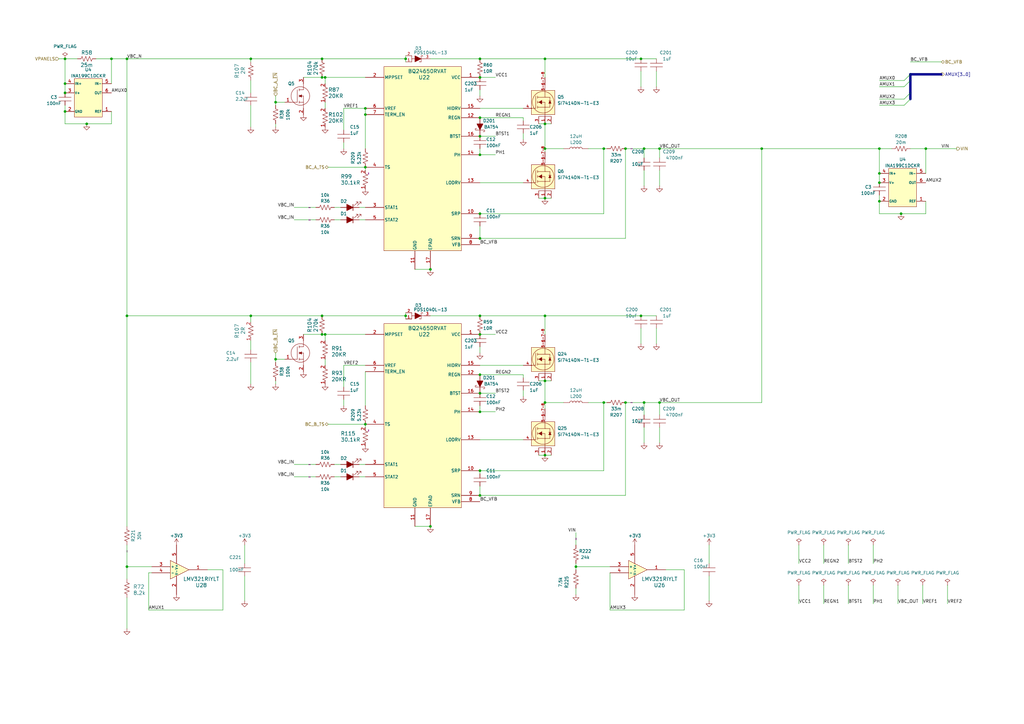
<source format=kicad_sch>
(kicad_sch (version 20230121) (generator eeschema)
  (paper "A3")
  (junction (at 196.85 137.16))
  (junction (at 35.56 50.8))
  (junction (at 102.87 129.54))
  (junction (at 223.52 24.13))
  (junction (at 102.87 24.13))
  (junction (at 196.85 24.13))
  (junction (at 196.85 97.79))
  (junction (at 223.52 156.21))
  (junction (at 196.85 161.29))
  (junction (at 132.08 31.75))
  (junction (at 196.85 48.26))
  (junction (at 176.53 215.9))
  (junction (at 196.85 129.54))
  (junction (at 369.57 87.63))
  (junction (at 52.07 232.41))
  (junction (at 196.85 87.63))
  (junction (at 256.54 60.96))
  (junction (at 133.35 137.16))
  (junction (at 45.72 24.13))
  (junction (at 196.85 63.5))
  (junction (at 223.52 186.69))
  (junction (at 270.51 165.1))
  (junction (at 166.37 129.54))
  (junction (at 149.86 46.99))
  (junction (at 247.65 165.1))
  (junction (at 196.85 203.2))
  (junction (at 223.52 60.96))
  (junction (at 360.68 71.12))
  (junction (at 262.89 129.54))
  (junction (at 113.03 41.91))
  (junction (at 264.16 60.96))
  (junction (at 133.35 31.75))
  (junction (at 360.68 82.55))
  (junction (at 379.73 60.96))
  (junction (at 196.85 153.67))
  (junction (at 52.07 129.54))
  (junction (at 312.42 60.96))
  (junction (at 113.03 147.32))
  (junction (at 223.52 81.28))
  (junction (at 223.52 50.8))
  (junction (at 270.51 60.96))
  (junction (at 149.86 68.58))
  (junction (at 26.67 38.1))
  (junction (at 149.86 44.45))
  (junction (at 149.86 173.99))
  (junction (at 166.37 24.13))
  (junction (at 132.08 24.13))
  (junction (at 196.85 168.91))
  (junction (at 132.08 129.54))
  (junction (at 223.52 129.54))
  (junction (at 52.07 24.13))
  (junction (at 196.85 193.04))
  (junction (at 236.22 232.41))
  (junction (at 26.67 24.13))
  (junction (at 264.16 165.1))
  (junction (at 247.65 60.96))
  (junction (at 26.67 45.72))
  (junction (at 196.85 55.88))
  (junction (at 26.67 34.29))
  (junction (at 196.85 31.75))
  (junction (at 132.08 137.16))
  (junction (at 262.89 24.13))
  (junction (at 360.68 60.96))
  (junction (at 176.53 110.49))
  (junction (at 360.68 74.93))
  (junction (at 256.54 165.1))
  (junction (at 223.52 165.1))
  (bus_entry (at 373.38 30.48) (size -2.54 2.54))
  (bus_entry (at 373.38 33.02) (size -2.54 2.54))
  (bus_entry (at 373.38 38.1) (size -2.54 2.54))
  (bus_entry (at 373.38 40.64) (size -2.54 2.54))
  (wire (pts (xy 170.18 110.49) (xy 176.53 110.49)))
  (wire (pts (xy 270.51 69.85) (xy 270.51 76.2)))
  (wire (pts (xy 337.82 223.52) (xy 337.82 231.14)))
  (wire (pts (xy 196.85 199.39) (xy 196.85 203.2)))
  (wire (pts (xy 102.87 43.18) (xy 102.87 52.07)))
  (wire (pts (xy 140.97 163.83) (xy 140.97 166.37)))
  (wire (pts (xy 60.96 234.95) (xy 60.96 250.19)))
  (wire (pts (xy 102.87 132.08) (xy 102.87 129.54)))
  (wire (pts (xy 256.54 60.96) (xy 264.16 60.96)))
  (wire (pts (xy 373.38 25.4) (xy 386.08 25.4)))
  (wire (pts (xy 264.16 69.85) (xy 264.16 76.2)))
  (wire (pts (xy 102.87 33.02) (xy 102.87 38.1)))
  (wire (pts (xy 327.66 223.52) (xy 327.66 231.14)))
  (wire (pts (xy 360.68 33.02) (xy 370.84 33.02)))
  (wire (pts (xy 91.44 233.68) (xy 85.09 233.68)))
  (wire (pts (xy 327.66 240.03) (xy 327.66 247.65)))
  (wire (pts (xy 35.56 50.8) (xy 45.72 50.8)))
  (wire (pts (xy 369.57 87.63) (xy 360.68 87.63)))
  (wire (pts (xy 102.87 24.13) (xy 132.08 24.13)))
  (wire (pts (xy 270.51 60.96) (xy 312.42 60.96)))
  (bus (pts (xy 373.38 30.48) (xy 373.38 33.02)) (stroke (width 1)))
  (wire (pts (xy 264.16 165.1) (xy 270.51 165.1)))
  (wire (pts (xy 140.97 44.45) (xy 149.86 44.45)))
  (wire (pts (xy 223.52 156.21) (xy 226.06 156.21)))
  (wire (pts (xy 133.35 31.75) (xy 149.86 31.75)))
  (wire (pts (xy 100.33 223.52) (xy 100.33 231.14)))
  (wire (pts (xy 113.03 147.32) (xy 113.03 148.59)))
  (wire (pts (xy 166.37 128.27) (xy 166.37 129.54)))
  (wire (pts (xy 379.73 87.63) (xy 379.73 82.55)))
  (wire (pts (xy 220.98 50.8) (xy 223.52 50.8)))
  (wire (pts (xy 26.67 50.8) (xy 26.67 45.72)))
  (wire (pts (xy 140.97 44.45) (xy 140.97 53.34)))
  (wire (pts (xy 120.65 195.58) (xy 129.54 195.58)))
  (wire (pts (xy 290.83 236.22) (xy 290.83 246.38)))
  (wire (pts (xy 116.84 41.91) (xy 113.03 41.91)))
  (bus (pts (xy 373.38 38.1) (xy 373.38 40.64)) (stroke (width 1)))
  (wire (pts (xy 140.97 149.86) (xy 140.97 158.75)))
  (wire (pts (xy 149.86 173.99) (xy 149.86 175.26)))
  (wire (pts (xy 373.38 60.96) (xy 379.73 60.96)))
  (wire (pts (xy 113.03 50.8) (xy 113.03 52.07)))
  (wire (pts (xy 256.54 203.2) (xy 256.54 165.1)))
  (wire (pts (xy 220.98 81.28) (xy 223.52 81.28)))
  (wire (pts (xy 133.35 137.16) (xy 149.86 137.16)))
  (bus (pts (xy 386.08 30.48) (xy 373.38 30.48)) (stroke (width 1)))
  (wire (pts (xy 214.63 153.67) (xy 214.63 154.94)))
  (wire (pts (xy 264.16 60.96) (xy 264.16 64.77)))
  (wire (pts (xy 149.86 68.58) (xy 149.86 69.85)))
  (wire (pts (xy 52.07 232.41) (xy 62.23 232.41)))
  (wire (pts (xy 196.85 87.63) (xy 247.65 87.63)))
  (wire (pts (xy 196.85 129.54) (xy 223.52 129.54)))
  (wire (pts (xy 149.86 46.99) (xy 149.86 60.96)))
  (wire (pts (xy 214.63 54.61) (xy 214.63 57.15)))
  (wire (pts (xy 52.07 245.11) (xy 52.07 257.81)))
  (wire (pts (xy 256.54 165.1) (xy 264.16 165.1)))
  (wire (pts (xy 360.68 71.12) (xy 360.68 74.93)))
  (wire (pts (xy 45.72 24.13) (xy 52.07 24.13)))
  (wire (pts (xy 132.08 137.16) (xy 133.35 137.16)))
  (wire (pts (xy 264.16 165.1) (xy 264.16 170.18)))
  (wire (pts (xy 203.2 137.16) (xy 196.85 137.16)))
  (wire (pts (xy 52.07 24.13) (xy 102.87 24.13)))
  (wire (pts (xy 223.52 81.28) (xy 226.06 81.28)))
  (wire (pts (xy 269.24 29.21) (xy 269.24 35.56)))
  (wire (pts (xy 176.53 24.13) (xy 196.85 24.13)))
  (wire (pts (xy 379.73 60.96) (xy 379.73 71.12)))
  (wire (pts (xy 262.89 29.21) (xy 262.89 35.56)))
  (wire (pts (xy 196.85 193.04) (xy 247.65 193.04)))
  (wire (pts (xy 113.03 144.78) (xy 113.03 147.32)))
  (wire (pts (xy 137.16 90.17) (xy 139.7 90.17)))
  (wire (pts (xy 102.87 148.59) (xy 102.87 157.48)))
  (wire (pts (xy 203.2 168.91) (xy 196.85 168.91)))
  (wire (pts (xy 132.08 129.54) (xy 166.37 129.54)))
  (wire (pts (xy 369.57 87.63) (xy 379.73 87.63)))
  (wire (pts (xy 102.87 25.4) (xy 102.87 24.13)))
  (wire (pts (xy 360.68 87.63) (xy 360.68 82.55)))
  (wire (pts (xy 223.52 165.1) (xy 231.14 165.1)))
  (wire (pts (xy 52.07 24.13) (xy 52.07 129.54)))
  (wire (pts (xy 52.07 129.54) (xy 52.07 215.9)))
  (wire (pts (xy 290.83 223.52) (xy 290.83 231.14)))
  (wire (pts (xy 45.72 24.13) (xy 45.72 34.29)))
  (wire (pts (xy 60.96 234.95) (xy 62.23 234.95)))
  (wire (pts (xy 26.67 34.29) (xy 26.67 38.1)))
  (wire (pts (xy 124.46 31.75) (xy 132.08 31.75)))
  (wire (pts (xy 26.67 24.13) (xy 31.75 24.13)))
  (wire (pts (xy 247.65 193.04) (xy 247.65 165.1)))
  (wire (pts (xy 270.51 165.1) (xy 312.42 165.1)))
  (wire (pts (xy 220.98 186.69) (xy 223.52 186.69)))
  (wire (pts (xy 52.07 129.54) (xy 102.87 129.54)))
  (wire (pts (xy 134.62 173.99) (xy 149.86 173.99)))
  (wire (pts (xy 52.07 232.41) (xy 52.07 237.49)))
  (wire (pts (xy 223.52 24.13) (xy 223.52 31.75)))
  (wire (pts (xy 120.65 90.17) (xy 129.54 90.17)))
  (wire (pts (xy 236.22 243.84) (xy 236.22 241.3)))
  (wire (pts (xy 360.68 40.64) (xy 370.84 40.64)))
  (wire (pts (xy 137.16 190.5) (xy 139.7 190.5)))
  (wire (pts (xy 26.67 43.18) (xy 26.67 45.72)))
  (wire (pts (xy 113.03 156.21) (xy 113.03 157.48)))
  (wire (pts (xy 247.65 87.63) (xy 247.65 60.96)))
  (wire (pts (xy 280.67 250.19) (xy 280.67 233.68)))
  (wire (pts (xy 269.24 134.62) (xy 269.24 140.97)))
  (wire (pts (xy 241.3 165.1) (xy 247.65 165.1)))
  (bus (pts (xy 373.38 33.02) (xy 373.38 38.1)) (stroke (width 1)))
  (wire (pts (xy 196.85 166.37) (xy 196.85 168.91)))
  (wire (pts (xy 223.52 129.54) (xy 223.52 137.16)))
  (wire (pts (xy 149.86 152.4) (xy 149.86 166.37)))
  (wire (pts (xy 378.46 240.03) (xy 378.46 247.65)))
  (wire (pts (xy 196.85 92.71) (xy 196.85 97.79)))
  (wire (pts (xy 368.3 240.03) (xy 368.3 247.65)))
  (wire (pts (xy 250.19 232.41) (xy 236.22 232.41)))
  (wire (pts (xy 100.33 236.22) (xy 100.33 246.38)))
  (wire (pts (xy 247.65 60.96) (xy 248.92 60.96)))
  (wire (pts (xy 360.68 35.56) (xy 370.84 35.56)))
  (wire (pts (xy 214.63 48.26) (xy 214.63 49.53)))
  (wire (pts (xy 280.67 233.68) (xy 273.05 233.68)))
  (wire (pts (xy 223.52 156.21) (xy 223.52 165.1)))
  (wire (pts (xy 196.85 97.79) (xy 256.54 97.79)))
  (wire (pts (xy 140.97 149.86) (xy 149.86 149.86)))
  (wire (pts (xy 196.85 24.13) (xy 223.52 24.13)))
  (wire (pts (xy 35.56 50.8) (xy 26.67 50.8)))
  (wire (pts (xy 39.37 24.13) (xy 45.72 24.13)))
  (wire (pts (xy 166.37 22.86) (xy 166.37 24.13)))
  (wire (pts (xy 196.85 74.93) (xy 214.63 74.93)))
  (wire (pts (xy 270.51 175.26) (xy 270.51 181.61)))
  (wire (pts (xy 223.52 50.8) (xy 226.06 50.8)))
  (wire (pts (xy 116.84 147.32) (xy 113.03 147.32)))
  (wire (pts (xy 256.54 97.79) (xy 256.54 60.96)))
  (wire (pts (xy 134.62 68.58) (xy 149.86 68.58)))
  (wire (pts (xy 270.51 60.96) (xy 270.51 64.77)))
  (wire (pts (xy 236.22 232.41) (xy 236.22 233.68)))
  (wire (pts (xy 223.52 50.8) (xy 223.52 60.96)))
  (wire (pts (xy 312.42 60.96) (xy 360.68 60.96)))
  (wire (pts (xy 120.65 190.5) (xy 129.54 190.5)))
  (wire (pts (xy 223.52 186.69) (xy 226.06 186.69)))
  (wire (pts (xy 149.86 44.45) (xy 149.86 46.99)))
  (wire (pts (xy 120.65 85.09) (xy 129.54 85.09)))
  (wire (pts (xy 337.82 240.03) (xy 337.82 247.65)))
  (wire (pts (xy 133.35 147.32) (xy 133.35 149.86)))
  (wire (pts (xy 26.67 24.13) (xy 26.67 34.29)))
  (wire (pts (xy 223.52 129.54) (xy 262.89 129.54)))
  (wire (pts (xy 360.68 60.96) (xy 360.68 71.12)))
  (wire (pts (xy 170.18 215.9) (xy 176.53 215.9)))
  (wire (pts (xy 102.87 129.54) (xy 132.08 129.54)))
  (wire (pts (xy 360.68 43.18) (xy 370.84 43.18)))
  (wire (pts (xy 196.85 142.24) (xy 196.85 144.78)))
  (wire (pts (xy 196.85 48.26) (xy 214.63 48.26)))
  (wire (pts (xy 147.32 190.5) (xy 149.86 190.5)))
  (wire (pts (xy 137.16 195.58) (xy 139.7 195.58)))
  (wire (pts (xy 133.35 41.91) (xy 133.35 44.45)))
  (wire (pts (xy 52.07 223.52) (xy 52.07 232.41)))
  (wire (pts (xy 147.32 195.58) (xy 149.86 195.58)))
  (wire (pts (xy 203.2 161.29) (xy 196.85 161.29)))
  (wire (pts (xy 137.16 85.09) (xy 139.7 85.09)))
  (wire (pts (xy 223.52 24.13) (xy 262.89 24.13)))
  (wire (pts (xy 196.85 153.67) (xy 214.63 153.67)))
  (wire (pts (xy 347.98 223.52) (xy 347.98 231.14)))
  (wire (pts (xy 24.13 24.13) (xy 26.67 24.13)))
  (wire (pts (xy 388.62 240.03) (xy 388.62 247.65)))
  (wire (pts (xy 241.3 60.96) (xy 247.65 60.96)))
  (wire (pts (xy 203.2 63.5) (xy 196.85 63.5)))
  (wire (pts (xy 147.32 90.17) (xy 149.86 90.17)))
  (wire (pts (xy 220.98 156.21) (xy 223.52 156.21)))
  (wire (pts (xy 113.03 41.91) (xy 113.03 43.18)))
  (wire (pts (xy 166.37 24.13) (xy 166.37 25.4)))
  (wire (pts (xy 247.65 165.1) (xy 248.92 165.1)))
  (wire (pts (xy 360.68 80.01) (xy 360.68 82.55)))
  (wire (pts (xy 223.52 60.96) (xy 231.14 60.96)))
  (wire (pts (xy 132.08 24.13) (xy 166.37 24.13)))
  (wire (pts (xy 358.14 240.03) (xy 358.14 247.65)))
  (wire (pts (xy 270.51 165.1) (xy 270.51 170.18)))
  (wire (pts (xy 262.89 24.13) (xy 269.24 24.13)))
  (wire (pts (xy 223.52 165.1) (xy 223.52 167.64)))
  (wire (pts (xy 360.68 60.96) (xy 365.76 60.96)))
  (wire (pts (xy 133.35 137.16) (xy 133.35 139.7)))
  (wire (pts (xy 264.16 60.96) (xy 270.51 60.96)))
  (wire (pts (xy 132.08 31.75) (xy 133.35 31.75)))
  (wire (pts (xy 203.2 31.75) (xy 196.85 31.75)))
  (wire (pts (xy 166.37 129.54) (xy 166.37 130.81)))
  (wire (pts (xy 358.14 223.52) (xy 358.14 231.14)))
  (wire (pts (xy 133.35 31.75) (xy 133.35 34.29)))
  (wire (pts (xy 91.44 233.68) (xy 91.44 250.19)))
  (wire (pts (xy 196.85 203.2) (xy 256.54 203.2)))
  (wire (pts (xy 262.89 134.62) (xy 262.89 140.97)))
  (wire (pts (xy 196.85 44.45) (xy 214.63 44.45)))
  (wire (pts (xy 236.22 231.14) (xy 236.22 232.41)))
  (wire (pts (xy 45.72 50.8) (xy 45.72 45.72)))
  (wire (pts (xy 214.63 160.02) (xy 214.63 162.56)))
  (wire (pts (xy 60.96 250.19) (xy 91.44 250.19)))
  (wire (pts (xy 124.46 137.16) (xy 132.08 137.16)))
  (wire (pts (xy 347.98 240.03) (xy 347.98 247.65)))
  (wire (pts (xy 140.97 58.42) (xy 140.97 60.96)))
  (wire (pts (xy 250.19 234.95) (xy 250.19 250.19)))
  (wire (pts (xy 312.42 165.1) (xy 312.42 60.96)))
  (wire (pts (xy 262.89 129.54) (xy 269.24 129.54)))
  (wire (pts (xy 196.85 149.86) (xy 214.63 149.86)))
  (wire (pts (xy 223.52 60.96) (xy 223.52 62.23)))
  (wire (pts (xy 203.2 55.88) (xy 196.85 55.88)))
  (wire (pts (xy 379.73 60.96) (xy 392.43 60.96)))
  (wire (pts (xy 176.53 129.54) (xy 196.85 129.54)))
  (wire (pts (xy 113.03 39.37) (xy 113.03 41.91)))
  (wire (pts (xy 250.19 250.19) (xy 280.67 250.19)))
  (wire (pts (xy 196.85 180.34) (xy 214.63 180.34)))
  (wire (pts (xy 147.32 85.09) (xy 149.86 85.09)))
  (wire (pts (xy 196.85 193.04) (xy 196.85 194.31)))
  (wire (pts (xy 196.85 36.83) (xy 196.85 39.37)))
  (wire (pts (xy 236.22 218.44) (xy 236.22 223.52)))
  (wire (pts (xy 196.85 60.96) (xy 196.85 63.5)))
  (wire (pts (xy 264.16 175.26) (xy 264.16 181.61)))
  (wire (pts (xy 102.87 139.7) (xy 102.87 143.51)))
  (label "REGN2" (at 203.2 153.67 0))
  (label "AMUX3" (at 250.19 250.19 0))
  (label "BC_VFB" (at 373.38 25.4 0))
  (label "VBC_OUT" (at 270.51 60.96 0))
  (label "VBC_OUT" (at 270.51 165.1 0))
  (label "VREF2" (at 388.62 247.65 0))
  (label "PH2" (at 203.2 168.91 0))
  (label "AMUX0" (at 45.72 38.1 0))
  (label "VIN" (at 236.22 218.44 180))
  (label "VBC_IN" (at 120.65 195.58 180))
  (label "AMUX2" (at 379.73 74.93 0))
  (label "REGN1" (at 337.82 247.65 0))
  (label "VCC1" (at 327.66 247.65 0))
  (label "AMUX1" (at 60.96 250.19 0))
  (label "AMUX2" (at 360.68 40.64 0))
  (label "PH1" (at 358.14 247.65 0))
  (label "VREF2" (at 140.97 149.86 0))
  (label "VREF1" (at 378.46 247.65 0))
  (label "VBC_IN" (at 120.65 85.09 180))
  (label "BC_VFB" (at 196.85 205.74 0))
  (label "VBC_N" (at 52.07 24.13 0))
  (label "PH2" (at 358.14 231.14 0))
  (label "AMUX3" (at 360.68 43.18 0))
  (label "VBC_IN" (at 120.65 90.17 180))
  (label "VBC_IN" (at 120.65 190.5 180))
  (label "VCC2" (at 203.2 137.16 0))
  (label "BTST1" (at 347.98 247.65 0))
  (label "VBC_OUT" (at 368.3 247.65 0))
  (label "AMUX0" (at 360.68 33.02 0))
  (label "REGN2" (at 337.82 231.14 0))
  (label "BTST1" (at 203.2 55.88 0))
  (label "VCC2" (at 327.66 231.14 0))
  (label "VCC1" (at 203.2 31.75 0))
  (label "BTST2" (at 203.2 161.29 0))
  (label "BTST2" (at 347.98 231.14 0))
  (label "VIN" (at 386.08 60.96 0))
  (label "PH1" (at 203.2 63.5 0))
  (label "BC_VFB" (at 196.85 100.33 0))
  (label "VREF1" (at 140.97 44.45 0))
  (label "REGN1" (at 203.2 48.26 0))
  (label "AMUX1" (at 360.68 35.56 0))
  (hierarchical_label "BC_A_TS" (shape bidirectional) (at 134.62 68.58 180))
  (hierarchical_label "BC_VFB" (shape bidirectional) (at 386.08 25.4 0))
  (hierarchical_label "BC_B_TS" (shape bidirectional) (at 134.62 173.99 180))
  (hierarchical_label "AMUX[3..0]" (shape output) (at 386.08 30.48 0))
  (hierarchical_label "VIN" (shape output) (at 392.43 60.96 0))
  (hierarchical_label "BC_A_~{EN}" (shape input) (at 113.03 39.37 90))
  (hierarchical_label "VPANELS" (shape input) (at 24.13 24.13 180))
  (hierarchical_label "BC_B_~{EN}" (shape input) (at 113.03 144.78 90))
  (symbol (lib_id "C0805C105K5RACTU:C0805C105K5RACTU") (at 269.24 129.54 0) (unit 1)
    (property "Reference" "C201" (at 270.51 127 0) (effects (justify left)))
    (property "Value" "1uF" (at 271.78 129.54 0) (effects (justify left)))
    (property "Footprint" "footprints:C0805C105K5RACTU" (effects hide))
    (property "Datasheet" "http://www.kemet.com/Lists/ProductCatalog/Attachments/53/KEM_C1002_X7R_SMD.pdf" (effects hide))
    (property "capacitance" "1uF" (effects hide))
    (property "category" "Cap" (effects hide))
    (property "device class L1" "Passive Components" (effects hide))
    (property "device class L2" "Capacitors" (effects hide))
    (property "device class L3" "Ceramic Capacitors" (effects hide))
    (property "digikey description" "CAP CER 1UF 50V X7R 0805" (effects hide))
    (property "digikey part number" "399-7409-2-ND" (effects hide))
    (property "height" "1.4mm" (effects hide))
    (property "ipc land pattern name" "CAPC200125X787" (effects hide))
    (property "lead free" "yes" (effects hide))
    (property "library id" "ac83af3950e2a3c3" (effects hide))
    (property "manufacturer" "Kemet" (effects hide))
    (property "material" "Ceramic" (effects hide))
    (property "mouser description" "Multilayer Ceramic Capacitors MLCC - SMD/SMT 1uF 50 Volts 10% X7R" (effects hide))
    (property "mouser part number" "80-C0805C105K5R" (effects hide))
    (property "package" "0805 (2012 metric)" (effects hide))
    (property "rohs" "yes" (effects hide))
    (property "standoff height" "0mm" (effects hide))
    (property "temperature characteristic" "X7R" (effects hide))
    (property "temperature range high" "+125°C" (effects hide))
    (property "temperature range low" "-55°C" (effects hide))
    (property "tolerance" "10%" (effects hide))
    (property "voltage rating" "50V" (effects hide))
    (instances (project "eps-re_project" (path "" (reference "C201") (unit 1)) (path "" (reference "C87") (unit 1))) (project "EPSpg3" (path "" (reference "C23") (unit 1))))
  )
  (symbol (lib_id "power:GND") (at 260.35 243.84 0) (unit 1)
    (property "Reference" "#PWR063" (effects hide))
    (property "Value" "Earth" (effects hide))
    (instances (project "eps-re_project" (path "" (reference "#PWR063") (unit 1)) (path "" (reference "#PWR080") (unit 1))) (project "EPSpg3" (path "" (reference "#PWR034") (unit 1))))
  )
  (symbol (lib_id "CRCW060330K1FKEAHP:CRCW060330K1FKEAHP") (at 148.59 80.01 90) (unit 1)
    (property "Reference" "R99" (at 139.7 72.39 90) (effects (font (size 1.524 1.524)) (justify right)))
    (property "Value" "30.1kR" (at 139.7 74.93 90) (effects (font (size 1.524 1.524)) (justify right)))
    (property "Footprint" "RES_CRCW_0603_VIS" (effects hide))
    (property "Datasheet" "CRCW060330K1FKEAHP" (effects hide))
  )
  (symbol (lib_id "744770112:744770112") (at 228.6 60.96 0) (unit 1)
    (property "Reference" "L200" (at 236.22 58.42 0))
    (property "Value" "12uH" (at 236.22 55.88 0))
    (property "Footprint" "footprints:744770112" (effects hide))
    (property "Mouser Part Number" "710-744770112" (effects hide))
    (property "Mouser Price/Stock" "https://www.mouser.co.uk/ProductDetail/Wurth-Elektronik/744770112?qs=E%2F%2FhvbtCqpOJhaQEzaGKow%3D%3D" (effects hide))
    (property "Manufacturer_Name" "Wurth Elektronik" (effects hide))
    (property "Manufacturer_Part_Number" "744770112" (effects hide))
    (instances (project "eps-re_project" (path "" (reference "L200") (unit 1)) (path "" (reference "L3") (unit 1))) (project "EPSpg3" (path "" (reference "L2") (unit 1))))
  )
  (symbol (lib_id "C0603C104K5RACTU:C0603C104K5RACTU") (at 26.67 38.1 0) (unit 1)
    (property "Reference" "C3" (at 22.098 39.878 0))
    (property "Value" "100nF" (at 22.098 42.418 0))
    (property "Footprint" "footprints:C0603C104K5RACTU" (effects hide))
    (property "Datasheet" "https://api.kemet.com/component-edge/download/datasheet/C0603C100J5GACAUTO.pdf" (effects hide))
    (property "automotive" "Yes" (effects hide))
    (property "automotive grade" "Grade 1" (effects hide))
    (property "capacitance" "0.10 μF" (effects hide))
    (property "category" "Cap" (effects hide))
    (property "device class L1" "Passive Components" (effects hide))
    (property "device class L2" "Capacitors" (effects hide))
    (property "device class L3" "Ceramic Capacitors" (effects hide))
    (property "digikey description" "CAP CER 0.1UF 50V X7R 0603" (effects hide))
    (property "digikey part number" "399-5089-2-ND" (effects hide))
    (property "height" "0.87mm" (effects hide))
    (property "lead free" "Yes" (effects hide))
    (property "library id" "73022d3323b2b2b8" (effects hide))
    (property "manufacturer" "KEMET" (effects hide))
    (property "material" "Ceramic" (effects hide))
    (property "mouser part number" "80-C0603C104K5R7867" (effects hide))
    (property "package" "0603" (effects hide))
    (property "rohs" "Yes" (effects hide))
    (property "temperature characteristic" "X7R" (effects hide))
    (property "temperature coefficient" "30ppm/°C" (effects hide))
    (property "temperature range high" "+125°C" (effects hide))
    (property "temperature range low" "-55°C" (effects hide))
    (property "tolerance" "0.1" (effects hide))
    (property "voltage rating" "50 V" (effects hide))
    (instances (project "eps-re_project" (path "" (reference "C3") (unit 1)) (path "" (reference "C6") (unit 1)) (path "" (reference "C9") (unit 1)) (path "" (reference "C40") (unit 1)) (path "" (reference "C43") (unit 1))) (project "EPS Analogico" (path "" (reference "C1") (unit 1))))
  )
  (symbol (lib_id "power:GND") (at 236.22 243.84 0) (mirror y) (unit 1)
    (property "Reference" "#PWR066" (effects hide))
    (property "Value" "Earth" (effects hide))
    (instances (project "eps-re_project" (path "" (reference "#PWR066") (unit 1)) (path "" (reference "#PWR0120") (unit 1))) (project "EPSpg3" (path "" (reference "#PWR041") (unit 1))))
  )
  (symbol (lib_id "power:GND") (at 264.16 76.2 0) (unit 1)
    (property "Reference" "#PWR057" (effects hide))
    (property "Value" "Earth" (effects hide))
    (instances (project "eps-re_project" (path "" (reference "#PWR057") (unit 1)) (path "" (reference "#PWR0110") (unit 1))) (project "EPSpg3" (path "" (reference "#PWR031") (unit 1))))
  )
  (symbol (lib_id "C0805C105K5RACTU:C0805C105K5RACTU") (at 140.97 53.34 0) (unit 1)
    (property "Reference" "C15" (at 143.51 52.07 0) (effects (justify left)))
    (property "Value" "1uF" (at 143.51 54.61 0) (effects (justify left)))
    (property "Footprint" "footprints:C0805C105K5RACTU" (effects hide))
    (property "Datasheet" "http://www.kemet.com/Lists/ProductCatalog/Attachments/53/KEM_C1002_X7R_SMD.pdf" (effects hide))
    (property "capacitance" "1uF" (effects hide))
    (property "category" "Cap" (effects hide))
    (property "device class L1" "Passive Components" (effects hide))
    (property "device class L2" "Capacitors" (effects hide))
    (property "device class L3" "Ceramic Capacitors" (effects hide))
    (property "digikey description" "CAP CER 1UF 50V X7R 0805" (effects hide))
    (property "digikey part number" "399-7409-2-ND" (effects hide))
    (property "height" "1.4mm" (effects hide))
    (property "ipc land pattern name" "CAPC200125X787" (effects hide))
    (property "lead free" "yes" (effects hide))
    (property "library id" "ac83af3950e2a3c3" (effects hide))
    (property "manufacturer" "Kemet" (effects hide))
    (property "material" "Ceramic" (effects hide))
    (property "mouser description" "Multilayer Ceramic Capacitors MLCC - SMD/SMT 1uF 50 Volts 10% X7R" (effects hide))
    (property "mouser part number" "80-C0805C105K5R" (effects hide))
    (property "package" "0805 (2012 metric)" (effects hide))
    (property "rohs" "yes" (effects hide))
    (property "standoff height" "0mm" (effects hide))
    (property "temperature characteristic" "X7R" (effects hide))
    (property "temperature range high" "+125°C" (effects hide))
    (property "temperature range low" "-55°C" (effects hide))
    (property "tolerance" "10%" (effects hide))
    (property "voltage rating" "50V" (effects hide))
    (instances (project "eps-re_project" (path "" (reference "C15") (unit 1)) (path "" (reference "C76") (unit 1))) (project "EPSpg3" (path "" (reference "C6") (unit 1))))
  )
  (symbol (lib_id "power:GND") (at 140.97 60.96 0) (unit 1)
    (property "Reference" "#PWR052" (effects hide))
    (property "Value" "Earth" (effects hide))
    (instances (project "eps-re_project" (path "" (reference "#PWR052") (unit 1)) (path "" (reference "#PWR096") (unit 1))) (project "EPSpg3" (path "" (reference "#PWR017") (unit 1))))
  )
  (symbol (lib_id "C0603C104K5RACTU:C0603C104K5RACTU") (at 290.83 231.14 0) (unit 1)
    (property "Reference" "C16" (at 284.48 229.87 0) (effects (justify left)))
    (property "Value" "100nF" (at 284.48 232.41 0) (effects (justify left)))
    (property "Footprint" "footprints:C0603C104K5RACTU" (effects hide))
    (property "Datasheet" "https://api.kemet.com/component-edge/download/datasheet/C0603C100J5GACAUTO.pdf" (effects hide))
    (property "automotive" "Yes" (effects hide))
    (property "automotive grade" "Grade 1" (effects hide))
    (property "capacitance" "0.10 μF" (effects hide))
    (property "category" "Cap" (effects hide))
    (property "device class L1" "Passive Components" (effects hide))
    (property "device class L2" "Capacitors" (effects hide))
    (property "device class L3" "Ceramic Capacitors" (effects hide))
    (property "digikey description" "CAP CER 0.1UF 50V X7R 0603" (effects hide))
    (property "digikey part number" "399-5089-2-ND" (effects hide))
    (property "height" "0.87mm" (effects hide))
    (property "lead free" "Yes" (effects hide))
    (property "library id" "73022d3323b2b2b8" (effects hide))
    (property "manufacturer" "KEMET" (effects hide))
    (property "material" "Ceramic" (effects hide))
    (property "mouser part number" "80-C0603C104K5R7867" (effects hide))
    (property "package" "0603" (effects hide))
    (property "rohs" "Yes" (effects hide))
    (property "temperature characteristic" "X7R" (effects hide))
    (property "temperature coefficient" "30ppm/°C" (effects hide))
    (property "temperature range high" "+125°C" (effects hide))
    (property "temperature range low" "-55°C" (effects hide))
    (property "tolerance" "0.1" (effects hide))
    (property "voltage rating" "50 V" (effects hide))
    (instances (project "eps-re_project" (path "" (reference "C16") (unit 1)) (path "" (reference "C91") (unit 1))) (project "EPSpg3" (path "" (reference "C21") (unit 1))))
  )
  (symbol (lib_id "power:PWR_FLAG") (at 368.3 240.03 0) (unit 1)
    (property "Reference" "#FLG016" (effects hide))
    (property "Value" "PWR_FLAG" (at 368.3 234.95 0))
  )
  (symbol (lib_id "RC0805FR-0710KL:RES") (at 127 190.5 0) (unit 1)
    (property "Reference" "R36" (at 133.4173 187.8483 0))
    (property "Value" "10k" (at 133.35 185.42 0))
    (property "Footprint" "footprints:RC0805FR-0710KL" (effects hide))
    (property "Datasheet" "~" (at 127 190.5 0) (effects (font (size 1.524 1.524))))
    (instances (project "eps-re_project" (path "" (reference "R36") (unit 1)) (path "" (reference "R94") (unit 1))) (project "EPSpg3" (path "" (reference "R13") (unit 1))))
  )
  (symbol (lib_id "C0603C104K5RACTU:C0603C104K5RACTU") (at 196.85 194.31 0) (unit 1)
    (property "Reference" "C11" (at 199.39 193.04 0) (effects (justify left)))
    (property "Value" "100nF" (at 199.39 195.58 0) (effects (justify left)))
    (property "Footprint" "footprints:C0603C104K5RACTU" (effects hide))
    (property "Datasheet" "https://api.kemet.com/component-edge/download/datasheet/C0603C100J5GACAUTO.pdf" (effects hide))
    (property "automotive" "Yes" (effects hide))
    (property "automotive grade" "Grade 1" (effects hide))
    (property "capacitance" "0.10 μF" (effects hide))
    (property "category" "Cap" (effects hide))
    (property "device class L1" "Passive Components" (effects hide))
    (property "device class L2" "Capacitors" (effects hide))
    (property "device class L3" "Ceramic Capacitors" (effects hide))
    (property "digikey description" "CAP CER 0.1UF 50V X7R 0603" (effects hide))
    (property "digikey part number" "399-5089-2-ND" (effects hide))
    (property "height" "0.87mm" (effects hide))
    (property "lead free" "Yes" (effects hide))
    (property "library id" "73022d3323b2b2b8" (effects hide))
    (property "manufacturer" "KEMET" (effects hide))
    (property "material" "Ceramic" (effects hide))
    (property "mouser part number" "80-C0603C104K5R7867" (effects hide))
    (property "package" "0603" (effects hide))
    (property "rohs" "Yes" (effects hide))
    (property "temperature characteristic" "X7R" (effects hide))
    (property "temperature coefficient" "30ppm/°C" (effects hide))
    (property "temperature range high" "+125°C" (effects hide))
    (property "temperature range low" "-55°C" (effects hide))
    (property "tolerance" "0.1" (effects hide))
    (property "voltage rating" "50 V" (effects hide))
    (instances (project "eps-re_project" (path "" (reference "C11") (unit 1)) (path "" (reference "C79") (unit 1))) (project "EPSpg3" (path "" (reference "C13") (unit 1))))
  )
  (symbol (lib_id "Device:LED_Filled") (at 143.51 90.17 180) (unit 1)
    (property "Reference" "D1" (at 140.97 87.63 0))
    (property "Value" "LED" (effects hide))
    (instances (project "eps-re_project" (path "" (reference "D1") (unit 1)) (path "" (reference "D8") (unit 1))) (project "EPSpg3" (path "" (reference "D4") (unit 1))))
  )
  (symbol (lib_id "SI7414DN-T1-E3:SI7414DN-T1-E3") (at 223.52 172.72 0) (unit 1)
    (property "Reference" "Q25" (at 228.6 175.665 0) (effects (justify left)))
    (property "Value" "SI7414DN-T1-E3" (at 228.6 178.205 0) (effects (justify left)))
    (property "Footprint" "footprints:SI7414DN-T1-E3" (effects hide))
    (property "Datasheet" "http://www.vishay.com/docs/71738/71738.pdf" (effects hide))
    (property "3DS Part Number" "457-00008" (effects hide))
    (property "automotive" "No" (effects hide))
    (property "category" "Trans" (effects hide))
    (property "continuous drain current" "5.6A" (effects hide))
    (property "depletion mode" "False" (effects hide))
    (property "device class L1" "Discrete Semiconductors" (effects hide))
    (property "device class L2" "Transistors" (effects hide))
    (property "device class L3" "MOSFETs" (effects hide))
    (property "digikey description" "MOSFET N-CH 60V 5.6A 1212-8" (effects hide))
    (property "digikey part number" "SI7414DN-T1-E3CT-ND" (effects hide))
    (property "drain to source resistance" "0.021Ω" (effects hide))
    (property "drain to source voltage" "60V" (effects hide))
    (property "gate charge at vgs" "16nC @ 10V" (effects hide))
    (property "gate to source voltage" "20V" (effects hide))
    (property "height" "1.17mm" (effects hide))
    (property "lead free" "Yes" (effects hide))
    (property "library id" "c7cf8f4b07dadfe8" (effects hide))
    (property "manufacturer" "Vishay" (effects hide))
    (property "max forward diode voltage" "1.2V" (effects hide))
    (property "max junction temp" "+150°C" (effects hide))
    (property "mouser description" "MOSFET 60V 8A 0.025 OHMS" (effects hide))
    (property "mouser part number" "781-SI7414DN-E3" (effects hide))
    (property "number of N channels" "1" (effects hide))
    (property "number of channels" "1" (effects hide))
    (property "package" "PowerPAK1212-8" (effects hide))
    (property "power dissipation" "1.5W" (effects hide))
    (property "pulse drain current" "30A" (effects hide))
    (property "reverse recovery time" "45ns" (effects hide))
    (property "rohs" "Yes" (effects hide))
    (property "rthja max" "81°C/W" (effects hide))
    (property "standoff height" "0mm" (effects hide))
    (property "technology" "MOSFET" (effects hide))
    (property "temperature range high" "+150°C" (effects hide))
    (property "temperature range low" "-55°C" (effects hide))
    (property "threshold vgs" "3V" (effects hide))
    (property "threshold vgs max" "3V" (effects hide))
    (property "threshold vgs min" "1V" (effects hide))
    (property "transconductance" "18S" (effects hide))
    (property "turn off delay time" "30ns" (effects hide))
    (property "turn on delay time" "15ns" (effects hide))
    (property "typ forward diode voltage" "0.75V" (effects hide))
  )
  (symbol (lib_id "power:PWR_FLAG") (at 337.82 240.03 0) (unit 1)
    (property "Reference" "#FLG04" (effects hide))
    (property "Value" "PWR_FLAG" (at 337.82 234.95 0))
  )
  (symbol (lib_id "power:GND") (at 196.85 39.37 0) (unit 1)
    (property "Reference" "#PWR054" (effects hide))
    (property "Value" "Earth" (effects hide))
    (instances (project "eps-re_project" (path "" (reference "#PWR054") (unit 1)) (path "" (reference "#PWR0103") (unit 1))) (project "EPSpg3" (path "" (reference "#PWR024") (unit 1))))
  )
  (symbol (lib_id "power:GND") (at 52.07 257.81 0) (unit 1)
    (property "Reference" "#PWR084" (effects hide))
    (property "Value" "Earth" (effects hide))
    (instances (project "eps-re_project" (path "" (reference "#PWR084") (unit 1)) (path "" (reference "#PWR084") (unit 1))) (project "EPSpg3" (path "" (reference "#PWR05") (unit 1))))
  )
  (symbol (lib_id "power:GND") (at 100.33 246.38 0) (unit 1)
    (property "Reference" "#PWR086" (effects hide))
    (property "Value" "Earth" (effects hide))
    (instances (project "eps-re_project" (path "" (reference "#PWR086") (unit 1)) (path "" (reference "#PWR082") (unit 1))) (project "EPSpg3" (path "" (reference "#PWR03") (unit 1))))
  )
  (symbol (lib_id "power:GND") (at 133.35 52.07 0) (unit 1)
    (property "Reference" "#PWR051" (effects hide))
    (property "Value" "Earth" (effects hide))
    (instances (project "eps-re_project" (path "" (reference "#PWR051") (unit 1)) (path "" (reference "#PWR095") (unit 1))) (project "EPSpg3" (path "" (reference "#PWR016") (unit 1))))
  )
  (symbol (lib_id "C1210C106K5RACTU:C1210C106K5RACTU") (at 264.16 64.77 0) (unit 1)
    (property "Reference" "C208" (at 259.08 62.23 0) (effects (justify left)))
    (property "Value" "10uF" (at 259.08 67.31 0) (effects (justify left)))
    (property "Footprint" "footprints:C1210C106K5RACTU" (effects hide))
    (property "Datasheet" "https://content.kemet.com/datasheets/KEM_C1002_X7R_SMD.pdf" (effects hide))
    (property "automotive" "No" (effects hide))
    (property "capacitance" "10uF" (effects hide))
    (property "category" "Cap" (effects hide))
    (property "device class L1" "Passive Components" (effects hide))
    (property "device class L2" "Capacitors" (effects hide))
    (property "device class L3" "Ceramic Capacitors" (effects hide))
    (property "digikey description" "CAP CER 10UF 50V X7R 1210" (effects hide))
    (property "digikey part number" "399-11629-1-ND" (effects hide))
    (property "height" "2.8mm" (effects hide))
    (property "ipc land pattern name" "CAPC320250X250" (effects hide))
    (property "lead free" "Yes" (effects hide))
    (property "library id" "80b9cd679ce51e4b" (effects hide))
    (property "manufacturer" "KEMET" (effects hide))
    (property "material" "Ceramic" (effects hide))
    (property "mouser description" "Multilayer Ceramic Capacitors MLCC - SMD/SMT 50volts 10uF 10% X7R" (effects hide))
    (property "mouser part number" "80-C1210C106K5R" (effects hide))
    (property "package" "1210" (effects hide))
    (property "rohs" "Yes" (effects hide))
    (property "temperature characteristic" "X7R" (effects hide))
    (property "temperature coefficient" "15%" (effects hide))
    (property "temperature range high" "+125°C" (effects hide))
    (property "temperature range low" "-55°C" (effects hide))
    (property "tolerance" "10%" (effects hide))
    (property "voltage rating" "50V" (effects hide))
    (instances (project "eps-re_project" (path "" (reference "C208") (unit 1)) (path "" (reference "C89") (unit 1))) (project "EPSpg3" (path "" (reference "C19") (unit 1))))
  )
  (symbol (lib_id "LMV321RIYLT:LMV321RIYLT") (at 260.35 234.95 0) (unit 1)
    (property "Reference" "U26" (at 270.51 240.03 0) (effects (font (size 1.524 1.524))))
    (property "Value" "LMV321RIYLT" (at 270.51 237.49 0) (effects (font (size 1.524 1.524))))
    (property "Footprint" "footprints:LMV321RIYLT" (effects hide))
    (property "Datasheet" "https://www.ti.com/lit/ds/symlink/lmv321a.pdf?ts=1685909774327&ref_url=https%253A%252F%252Fwww.ti.com%252Fproduct%252FLMV321A%253Futm_source%253Dgoogle%2526utm_medium%253Dcpc%2526utm_campaign%253Dasc-amps-null-prodfolderdynamic-cpc-pf-google-wwe_int%2526utm_content%253Dprodfolddynamic%2526ds_k%253DDYNAMIC%2BSEARCH%2BADS%2526DCM%253Dyes%2526gclid%253DCj0KCQjw7PCjBhDwARIsANo7CglKgmrjg2-xP_kD7Sy3eRYNt96GS_9SDH6Nj_DKGAXoq9uQ8th2dkkaAoGDEALw_wcB%2526gclsrc%253Daw.ds" (effects hide))
    (instances (project "eps-re_project" (path "" (reference "U26") (unit 1)) (path "" (reference "U35") (unit 1))) (project "EPSpg3" (path "" (reference "U7") (unit 1))))
  )
  (symbol (lib_id "CRCW080520K0FKEAHP:CRCW080520K0FKEAHP") (at 132.08 44.45 90) (unit 1)
    (property "Reference" "R87" (at 134.62 36.83 90) (effects (font (size 1.524 1.524)) (justify right)))
    (property "Value" "20KR" (at 134.62 39.37 90) (effects (font (size 1.524 1.524)) (justify right)))
    (property "Footprint" "footprints:CRCW080520K0FKEAHP" (effects hide))
    (property "Datasheet" "CRCW080520K0FKEAHP" (effects hide))
  )
  (symbol (lib_id "power:PWR_FLAG") (at 347.98 240.03 0) (unit 1)
    (property "Reference" "#FLG013" (effects hide))
    (property "Value" "PWR_FLAG" (at 347.98 234.95 0))
  )
  (symbol (lib_id "power:PWR_FLAG") (at 378.46 240.03 0) (unit 1)
    (property "Reference" "#FLG017" (effects hide))
    (property "Value" "PWR_FLAG" (at 378.46 234.95 0))
  )
  (symbol (lib_id "power:PWR_FLAG") (at 327.66 240.03 0) (unit 1)
    (property "Reference" "#FLG02" (effects hide))
    (property "Value" "PWR_FLAG" (at 327.66 234.95 0))
  )
  (symbol (lib_id "CRCW060330K0FKEAHP:RES") (at 52.07 226.06 90) (unit 1)
    (property "Reference" "R221" (at 54.61 219.71 0))
    (property "Value" "30k" (at 57.15 219.71 0))
    (property "Footprint" "footprints:CRCW060330K0FKEAHP" (effects hide))
    (property "Datasheet" "~" (at 52.07 226.06 0) (effects (font (size 1.524 1.524))))
    (instances (project "eps-re_project" (path "" (reference "R221") (unit 1)) (path "" (reference "R85") (unit 1))) (project "EPSpg3" (path "" (reference "R2") (unit 1))))
  )
  (symbol (lib_id "power:GND") (at 113.03 52.07 0) (unit 1)
    (property "Reference" "#PWR049" (effects hide))
    (property "Value" "Earth" (effects hide))
    (instances (project "eps-re_project" (path "" (reference "#PWR049") (unit 1)) (path "" (reference "#PWR090") (unit 1))) (project "EPSpg3" (path "" (reference "#PWR011") (unit 1))))
  )
  (symbol (lib_id "power:+3V3") (at 290.83 223.52 0) (unit 1)
    (property "Reference" "#PWR064" (effects hide))
    (property "Value" "+3V3" (at 290.83 219.71 0))
    (instances (project "eps-re_project" (path "" (reference "#PWR064") (unit 1)) (path "" (reference "#PWR0112") (unit 1))) (project "EPSpg3" (path "" (reference "#PWR033") (unit 1))))
  )
  (symbol (lib_id "BAT54:BAT54") (at 196.85 41.91 270) (unit 1)
    (property "Reference" "D201" (at 203.2 49.53 90) (effects (justify right)))
    (property "Value" "BAT54" (at 204.47 52.07 90) (effects (justify right)))
    (property "Footprint" "footprints:BAT54" (effects hide))
    (property "Datasheet" "https://www.rectron.com/data_sheets/bat54.pdf" (effects hide))
    (property "Height" "1.1" (effects hide))
    (property "Mouser Part Number" "583-BAT54" (effects hide))
    (property "Mouser Price/Stock" "https://www.mouser.co.uk/ProductDetail/Rectron/BAT54?qs=7pEAo90IqNGfz6H44jcxUA%3D%3D" (effects hide))
    (property "Manufacturer_Name" "Rectron" (effects hide))
    (property "Manufacturer_Part_Number" "BAT54" (effects hide))
    (instances (project "eps-re_project" (path "" (reference "D201") (unit 1)) (path "" (reference "D12") (unit 1))) (project "EPSpg3" (path "" (reference "D8") (unit 1))))
  )
  (symbol (lib_id "SI2302DDS-T1-GE3:SI2302DDS-T1-GE3") (at 116.84 41.91 0) (unit 1)
    (property "Reference" "Q5" (at 118.11 34.29 0) (effects (justify left)))
    (property "Value" "SI2302DDS-T1-GE3" (effects hide))
    (property "Footprint" "footprints:SI2302DDS-T1-GE3" (effects hide))
    (property "Datasheet" "http://www.vishay.com/docs/63653/si2302dds.pdf" (effects hide))
    (property "Height" "1.12" (effects hide))
    (property "Mouser Part Number" "78-SI2302DDS-T1-GE3" (effects hide))
    (property "Mouser Price/Stock" "https://www.mouser.co.uk/ProductDetail/Vishay-Semiconductors/SI2302DDS-T1-GE3?qs=MxnWX8BLHKdaCSNWhg%252BxLA%3D%3D" (effects hide))
    (property "Manufacturer_Name" "Vishay" (effects hide))
    (property "Manufacturer_Part_Number" "SI2302DDS-T1-GE3" (effects hide))
    (instances (project "eps-re_project" (path "" (reference "Q5") (unit 1)) (path "" (reference "Q15") (unit 1))) (project "EPSpg3" (path "" (reference "Q2") (unit 1))))
  )
  (symbol (lib_id "power:GND") (at 223.52 186.69 0) (unit 1)
    (property "Reference" "#PWR057" (effects hide))
    (property "Value" "Earth" (effects hide))
    (instances (project "eps-re_project" (path "" (reference "#PWR057") (unit 1)) (path "" (reference "#PWR021") (unit 1))) (project "EPSpg3" (path "" (reference "#PWR031") (unit 1))))
  )
  (symbol (lib_id "C0603C104K5RACTU:C0603C104K5RACTU") (at 100.33 231.14 0) (unit 1)
    (property "Reference" "C221" (at 93.98 228.6 0) (effects (justify left)))
    (property "Value" "100nF" (at 93.98 233.68 0) (effects (justify left)))
    (property "Footprint" "footprints:C0603C104K5RACTU" (effects hide))
    (property "Datasheet" "https://api.kemet.com/component-edge/download/datasheet/C0603C100J5GACAUTO.pdf" (effects hide))
    (property "automotive" "Yes" (effects hide))
    (property "automotive grade" "Grade 1" (effects hide))
    (property "capacitance" "0.10 μF" (effects hide))
    (property "category" "Cap" (effects hide))
    (property "device class L1" "Passive Components" (effects hide))
    (property "device class L2" "Capacitors" (effects hide))
    (property "device class L3" "Ceramic Capacitors" (effects hide))
    (property "digikey description" "CAP CER 0.1UF 50V X7R 0603" (effects hide))
    (property "digikey part number" "399-5089-2-ND" (effects hide))
    (property "height" "0.87mm" (effects hide))
    (property "lead free" "Yes" (effects hide))
    (property "library id" "73022d3323b2b2b8" (effects hide))
    (property "manufacturer" "KEMET" (effects hide))
    (property "material" "Ceramic" (effects hide))
    (property "mouser part number" "80-C0603C104K5R7867" (effects hide))
    (property "package" "0603" (effects hide))
    (property "rohs" "Yes" (effects hide))
    (property "temperature characteristic" "X7R" (effects hide))
    (property "temperature coefficient" "30ppm/°C" (effects hide))
    (property "temperature range high" "+125°C" (effects hide))
    (property "temperature range low" "-55°C" (effects hide))
    (property "tolerance" "0.1" (effects hide))
    (property "voltage rating" "50 V" (effects hide))
    (instances (project "eps-re_project" (path "" (reference "C221") (unit 1)) (path "" (reference "C56") (unit 1))) (project "EPSpg3" (path "" (reference "C1") (unit 1))))
  )
  (symbol (lib_id "power:GND") (at 149.86 182.88 0) (unit 1)
    (property "Reference" "#PWR053" (effects hide))
    (property "Value" "Earth" (effects hide))
    (instances (project "eps-re_project" (path "" (reference "#PWR053") (unit 1)) (path "" (reference "#PWR091") (unit 1))) (project "EPSpg3" (path "" (reference "#PWR018") (unit 1))))
  )
  (symbol (lib_id "power:GND") (at 176.53 215.9 0) (unit 1)
    (property "Reference" "#PWR048" (effects hide))
    (property "Value" "Earth" (effects hide))
    (instances (project "eps-re_project" (path "" (reference "#PWR048") (unit 1)) (path "" (reference "#PWR092") (unit 1))) (project "EPSpg3" (path "" (reference "#PWR020") (unit 1))))
  )
  (symbol (lib_id "Device:LED_Filled") (at 143.51 85.09 180) (unit 1)
    (property "Reference" "D2" (at 140.97 82.55 0))
    (property "Value" "LED" (effects hide))
    (instances (project "eps-re_project" (path "" (reference "D2") (unit 1)) (path "" (reference "D7") (unit 1))) (project "EPSpg3" (path "" (reference "D3") (unit 1))))
  )
  (symbol (lib_id "power:GND") (at 35.56 50.8 0) (unit 1)
    (property "Reference" "#PWR05" (effects hide))
    (property "Value" "Earth" (effects hide))
    (instances (project "eps-re_project" (path "" (reference "#PWR05") (unit 1)) (path "" (reference "#PWR018") (unit 1)) (path "" (reference "#PWR050") (unit 1)) (path "" (reference "#PWR06") (unit 1)) (path "" (reference "#PWR046") (unit 1))) (project "EPS Analogico" (path "" (reference "#PWR01") (unit 1))))
  )
  (symbol (lib_id "CRCW080520K0FKEAHP:CRCW080520K0FKEAHP") (at 132.08 149.86 90) (unit 1)
    (property "Reference" "R91" (at 135.89 142.875 90) (effects (font (size 1.524 1.524)) (justify right)))
    (property "Value" "20KR" (at 135.89 145.415 90) (effects (font (size 1.524 1.524)) (justify right)))
    (property "Footprint" "RES_CRCW_0805_VIS" (effects hide))
    (property "Datasheet" "CRCW080520K0FKEAHP" (effects hide))
  )
  (symbol (lib_id "C0805C105K5RACTU:C0805C105K5RACTU") (at 269.24 24.13 0) (unit 1)
    (property "Reference" "C201" (at 270.51 21.59 0) (effects (justify left)))
    (property "Value" "1uF" (at 271.78 24.13 0) (effects (justify left)))
    (property "Footprint" "footprints:C0805C105K5RACTU" (effects hide))
    (property "Datasheet" "http://www.kemet.com/Lists/ProductCatalog/Attachments/53/KEM_C1002_X7R_SMD.pdf" (effects hide))
    (property "capacitance" "1uF" (effects hide))
    (property "category" "Cap" (effects hide))
    (property "device class L1" "Passive Components" (effects hide))
    (property "device class L2" "Capacitors" (effects hide))
    (property "device class L3" "Ceramic Capacitors" (effects hide))
    (property "digikey description" "CAP CER 1UF 50V X7R 0805" (effects hide))
    (property "digikey part number" "399-7409-2-ND" (effects hide))
    (property "height" "1.4mm" (effects hide))
    (property "ipc land pattern name" "CAPC200125X787" (effects hide))
    (property "lead free" "yes" (effects hide))
    (property "library id" "ac83af3950e2a3c3" (effects hide))
    (property "manufacturer" "Kemet" (effects hide))
    (property "material" "Ceramic" (effects hide))
    (property "mouser description" "Multilayer Ceramic Capacitors MLCC - SMD/SMT 1uF 50 Volts 10% X7R" (effects hide))
    (property "mouser part number" "80-C0805C105K5R" (effects hide))
    (property "package" "0805 (2012 metric)" (effects hide))
    (property "rohs" "yes" (effects hide))
    (property "standoff height" "0mm" (effects hide))
    (property "temperature characteristic" "X7R" (effects hide))
    (property "temperature range high" "+125°C" (effects hide))
    (property "temperature range low" "-55°C" (effects hide))
    (property "tolerance" "10%" (effects hide))
    (property "voltage rating" "50V" (effects hide))
    (instances (project "eps-re_project" (path "" (reference "C201") (unit 1)) (path "" (reference "C93") (unit 1))) (project "EPSpg3" (path "" (reference "C23") (unit 1))))
  )
  (symbol (lib_id "SI2302DDS-T1-GE3:SI2302DDS-T1-GE3") (at 116.84 147.32 0) (unit 1)
    (property "Reference" "Q5" (at 118.11 139.7 0) (effects (justify left)))
    (property "Value" "SI2302DDS-T1-GE3" (effects hide))
    (property "Footprint" "footprints:SI2302DDS-T1-GE3" (effects hide))
    (property "Datasheet" "http://www.vishay.com/docs/63653/si2302dds.pdf" (effects hide))
    (property "Height" "1.12" (effects hide))
    (property "Mouser Part Number" "78-SI2302DDS-T1-GE3" (effects hide))
    (property "Mouser Price/Stock" "https://www.mouser.co.uk/ProductDetail/Vishay-Semiconductors/SI2302DDS-T1-GE3?qs=MxnWX8BLHKdaCSNWhg%252BxLA%3D%3D" (effects hide))
    (property "Manufacturer_Name" "Vishay" (effects hide))
    (property "Manufacturer_Part_Number" "SI2302DDS-T1-GE3" (effects hide))
    (instances (project "eps-re_project" (path "" (reference "Q5") (unit 1)) (path "" (reference "Q17") (unit 1))) (project "EPSpg3" (path "" (reference "Q2") (unit 1))))
  )
  (symbol (lib_id "BQ24650RVAT:BQ24650RVAT") (at 115.57 240.03 0) (unit 1)
    (property "Reference" "U22" (at 173.99 137.16 0) (effects (font (size 1.524 1.524))))
    (property "Value" "BQ24650RVAT" (at 175.26 134.62 0) (effects (font (size 1.524 1.524))))
    (property "Footprint" "footprints:BQ24650RVAT" (effects hide))
    (property "Datasheet" "https://www.ti.com/lit/ds/symlink/bq24650.pdf?ts=1685914040130&ref_url=https%253A%252F%252Fwww.ti.com%252Fproduct%252FBQ24650%252Fpart-details%252FBQ24650RVAT%253Futm_source%253Dgoogle%2526utm_medium%253Dcpc%2526utm_campaign%253Docb-tistore-promo-app_opn_en-cpc-storeic-google-wwe%2526utm_content%253DDevice%2526ds_k%253DBQ24650RVAT%2526DCM%253Dyes%2526gclid%253DCj0KCQjw7PCjBhDwARIsANo7CgkhoGmoalu53NU2y7_FyP19jaRhmzRcCapYNJKmB6NLoc6D-WQx8vwaAg7FEALw_wcB%2526gclsrc%253Daw.ds" (effects hide))
    (instances (project "eps-re_project" (path "" (reference "U22") (unit 1)) (path "" (reference "U28") (unit 1))) (project "EPSpg3" (path "" (reference "U4") (unit 1))))
  )
  (symbol (lib_id "power:GND") (at 270.51 181.61 0) (unit 1)
    (property "Reference" "#PWR056" (effects hide))
    (property "Value" "Earth" (effects hide))
    (instances (project "eps-re_project" (path "" (reference "#PWR056") (unit 1)) (path "" (reference "#PWR0104") (unit 1))) (project "EPSpg3" (path "" (reference "#PWR032") (unit 1))))
  )
  (symbol (lib_id "CRCW06038K20FKEAHP:RES") (at 52.07 246.38 90) (unit 1)
    (property "Reference" "R72" (at 54.61 240.665 90) (effects (font (size 1.524 1.524)) (justify right)))
    (property "Value" "8.2k" (at 54.61 243.205 90) (effects (font (size 1.524 1.524)) (justify right)))
    (property "Footprint" "footprints:CRCW06038K20FKEAHP" (effects hide))
  )
  (symbol (lib_id "power:GND") (at 102.87 52.07 0) (unit 1)
    (property "Reference" "#PWR047" (effects hide))
    (property "Value" "Earth" (effects hide))
    (instances (project "eps-re_project" (path "" (reference "#PWR047") (unit 1)) (path "" (reference "#PWR089") (unit 1))) (project "EPSpg3" (path "" (reference "#PWR010") (unit 1))))
  )
  (symbol (lib_id "power:GND") (at 262.89 140.97 0) (unit 1)
    (property "Reference" "#PWR058" (effects hide))
    (property "Value" "Earth" (effects hide))
    (instances (project "eps-re_project" (path "" (reference "#PWR058") (unit 1)) (path "" (reference "#PWR0100") (unit 1))) (project "EPSpg3" (path "" (reference "#PWR035") (unit 1))))
  )
  (symbol (lib_id "CRCW20102R00FKEF:CRCW20102R00FKEF") (at 90.805 142.875 90) (unit 1)
    (property "Reference" "R107" (at 97.155 132.715 0) (effects (font (size 1.524 1.524)) (justify right)))
    (property "Value" "2R" (at 99.695 133.985 0) (effects (font (size 1.524 1.524)) (justify right)))
    (property "Footprint" "RC2010N_VIS" (effects hide))
    (property "Datasheet" "CRCW20102R00FKEF" (effects hide))
    (instances (project "eps-re_project" (path "" (reference "R107") (unit 1)) (path "" (reference "R89") (unit 1))))
  )
  (symbol (lib_id "power:GND") (at 124.46 46.99 0) (unit 1)
    (property "Reference" "#PWR051" (effects hide))
    (property "Value" "Earth" (effects hide))
    (instances (project "eps-re_project" (path "" (reference "#PWR051") (unit 1)) (path "" (reference "#PWR049") (unit 1))) (project "EPSpg3" (path "" (reference "#PWR016") (unit 1))))
  )
  (symbol (lib_id "power:GND") (at 149.86 77.47 0) (unit 1)
    (property "Reference" "#PWR053" (effects hide))
    (property "Value" "Earth" (effects hide))
    (instances (project "eps-re_project" (path "" (reference "#PWR053") (unit 1)) (path "" (reference "#PWR097") (unit 1))) (project "EPSpg3" (path "" (reference "#PWR018") (unit 1))))
  )
  (symbol (lib_id "C0805C105K5RACTU:C0805C105K5RACTU") (at 140.97 158.75 0) (unit 1)
    (property "Reference" "C15" (at 143.51 157.48 0) (effects (justify left)))
    (property "Value" "1uF" (at 143.51 160.02 0) (effects (justify left)))
    (property "Footprint" "footprints:C0805C105K5RACTU" (effects hide))
    (property "Datasheet" "http://www.kemet.com/Lists/ProductCatalog/Attachments/53/KEM_C1002_X7R_SMD.pdf" (effects hide))
    (property "capacitance" "1uF" (effects hide))
    (property "category" "Cap" (effects hide))
    (property "device class L1" "Passive Components" (effects hide))
    (property "device class L2" "Capacitors" (effects hide))
    (property "device class L3" "Ceramic Capacitors" (effects hide))
    (property "digikey description" "CAP CER 1UF 50V X7R 0805" (effects hide))
    (property "digikey part number" "399-7409-2-ND" (effects hide))
    (property "height" "1.4mm" (effects hide))
    (property "ipc land pattern name" "CAPC200125X787" (effects hide))
    (property "lead free" "yes" (effects hide))
    (property "library id" "ac83af3950e2a3c3" (effects hide))
    (property "manufacturer" "Kemet" (effects hide))
    (property "material" "Ceramic" (effects hide))
    (property "mouser description" "Multilayer Ceramic Capacitors MLCC - SMD/SMT 1uF 50 Volts 10% X7R" (effects hide))
    (property "mouser part number" "80-C0805C105K5R" (effects hide))
    (property "package" "0805 (2012 metric)" (effects hide))
    (property "rohs" "yes" (effects hide))
    (property "standoff height" "0mm" (effects hide))
    (property "temperature characteristic" "X7R" (effects hide))
    (property "temperature range high" "+125°C" (effects hide))
    (property "temperature range low" "-55°C" (effects hide))
    (property "tolerance" "10%" (effects hide))
    (property "voltage rating" "50V" (effects hide))
    (instances (project "eps-re_project" (path "" (reference "C15") (unit 1)) (path "" (reference "C75") (unit 1))) (project "EPSpg3" (path "" (reference "C6") (unit 1))))
  )
  (symbol (lib_id "C0805C105K5RACTU:C0805C105K5RACTU") (at 214.63 49.53 0) (unit 1)
    (property "Reference" "C206" (at 217.17 52.07 0) (effects (justify left)))
    (property "Value" "1uF" (at 217.17 54.61 0) (effects (justify left)))
    (property "Footprint" "footprints:C0805C105K5RACTU" (effects hide))
    (property "Datasheet" "http://www.kemet.com/Lists/ProductCatalog/Attachments/53/KEM_C1002_X7R_SMD.pdf" (effects hide))
    (property "capacitance" "1uF" (effects hide))
    (property "category" "Cap" (effects hide))
    (property "device class L1" "Passive Components" (effects hide))
    (property "device class L2" "Capacitors" (effects hide))
    (property "device class L3" "Ceramic Capacitors" (effects hide))
    (property "digikey description" "CAP CER 1UF 50V X7R 0805" (effects hide))
    (property "digikey part number" "399-7409-2-ND" (effects hide))
    (property "height" "1.4mm" (effects hide))
    (property "ipc land pattern name" "CAPC200125X787" (effects hide))
    (property "lead free" "yes" (effects hide))
    (property "library id" "ac83af3950e2a3c3" (effects hide))
    (property "manufacturer" "Kemet" (effects hide))
    (property "material" "Ceramic" (effects hide))
    (property "mouser description" "Multilayer Ceramic Capacitors MLCC - SMD/SMT 1uF 50 Volts 10% X7R" (effects hide))
    (property "mouser part number" "80-C0805C105K5R" (effects hide))
    (property "package" "0805 (2012 metric)" (effects hide))
    (property "rohs" "yes" (effects hide))
    (property "standoff height" "0mm" (effects hide))
    (property "temperature characteristic" "X7R" (effects hide))
    (property "temperature range high" "+125°C" (effects hide))
    (property "temperature range low" "-55°C" (effects hide))
    (property "tolerance" "10%" (effects hide))
    (property "voltage rating" "50V" (effects hide))
    (instances (project "eps-re_project" (path "" (reference "C206") (unit 1)) (path "" (reference "C84") (unit 1))) (project "EPSpg3" (path "" (reference "C14") (unit 1))))
  )
  (symbol (lib_id "power:PWR_FLAG") (at 358.14 223.52 0) (unit 1)
    (property "Reference" "#FLG014" (effects hide))
    (property "Value" "PWR_FLAG" (at 358.14 218.44 0))
  )
  (symbol (lib_id "power:+3V3") (at 72.39 223.52 0) (unit 1)
    (property "Reference" "#PWR085" (effects hide))
    (property "Value" "+3V3" (at 72.39 219.71 0))
    (instances (project "eps-re_project" (path "" (reference "#PWR085") (unit 1)) (path "" (reference "#PWR086") (unit 1))) (project "EPSpg3" (path "" (reference "#PWR02") (unit 1))))
  )
  (symbol (lib_id "CRCW0603100KFKEAHP:CRCW0603100KFKEAHP") (at 113.03 158.75 90) (unit 1)
    (property "Reference" "R38" (at 115.57 152.4 0))
    (property "Value" "100k" (at 118.11 152.4 0))
    (property "Footprint" "footprints:CRCW0603100KFKEAHP" (effects hide))
    (property "Datasheet" "http://uk.rs-online.com/web/p/products/1823583" (effects hide))
    (property "Description" "VISHAY - CRCW0603100KFKEAHP - SMD Chip Resistor, 0603 [1608 Metric], 100 kohm, CRCW-HP e3 Series, 75 V, Thick Film, 250 mW" (effects hide))
    (property "Height" "0.55" (effects hide))
    (property "Manufacturer_Name" "Vishay" (effects hide))
    (property "Manufacturer_Part_Number" "CRCW0603100KFKEAHP" (effects hide))
    (property "Mouser Part Number" "71-CRCW0603100KFKEAH" (effects hide))
    (property "Mouser Price/Stock" "https://www.mouser.co.uk/ProductDetail/Vishay-Dale/CRCW0603100KFKEAHP?qs=niDbCuOAQ0Uxys8g4tQWNQ%3D%3D" (effects hide))
    (property "Arrow Part Number" "CRCW0603100KFKEAHP" (effects hide))
    (property "Arrow Price/Stock" "https://www.arrow.com/en/products/crcw0603100kfkeahp/vishay?region=nac" (effects hide))
    (instances (project "eps-re_project" (path "" (reference "R38") (unit 1)) (path "" (reference "R88") (unit 1))) (project "EPSpg3" (path "" (reference "R9") (unit 1))))
  )
  (symbol (lib_id "CRCW0805270KFKEAHP:CRCW0805270KFKEAHP") (at 132.08 139.7 90) (unit 1)
    (property "Reference" "R104" (at 127 133.35 0) (effects (font (size 1.524 1.524))))
    (property "Value" "270k" (at 129.54 133.35 0) (effects (font (size 1.524 1.524))))
    (property "Footprint" "footprints:CRCW0805270KFKEAHP" (effects hide))
    (property "Datasheet" "CRCW080520K0FKEAHP" (effects hide))
    (instances (project "eps-re_project" (path "" (reference "R104") (unit 1)) (path "" (reference "R90") (unit 1))))
  )
  (symbol (lib_id "WSL2512R0330FEA18:RES") (at 259.08 165.1 180) (unit 1)
    (property "Reference" "R207" (at 252.73 170.18 0))
    (property "Value" "33m" (at 252.73 167.64 0))
    (property "Footprint" "footprints:WSL2512R0330FEA18" (effects hide))
    (property "Datasheet" "~" (at 259.08 165.1 0) (effects (font (size 1.524 1.524))))
    (instances (project "eps-re_project" (path "" (reference "R207") (unit 1)) (path "" (reference "R67") (unit 1))) (project "EPSpg3" (path "" (reference "R25") (unit 1))))
  )
  (symbol (lib_id "RC0805FR-0710KL:RES") (at 127 85.09 0) (unit 1)
    (property "Reference" "R36" (at 133.4173 82.4383 0))
    (property "Value" "10k" (at 133.35 80.01 0))
    (property "Footprint" "footprints:RC0805FR-0710KL" (effects hide))
    (property "Datasheet" "~" (at 127 85.09 0) (effects (font (size 1.524 1.524))))
    (instances (project "eps-re_project" (path "" (reference "R36") (unit 1)) (path "" (reference "R70") (unit 1))) (project "EPSpg3" (path "" (reference "R13") (unit 1))))
  )
  (symbol (lib_id "C0805C105K5RACTU:C0805C105K5RACTU") (at 196.85 137.16 0) (unit 1)
    (property "Reference" "C203" (at 190.5 139.7 0) (effects (justify left)))
    (property "Value" "1uF" (at 190.5 142.24 0) (effects (justify left)))
    (property "Footprint" "footprints:C0805C105K5RACTU" (effects hide))
    (property "Datasheet" "http://www.kemet.com/Lists/ProductCatalog/Attachments/53/KEM_C1002_X7R_SMD.pdf" (effects hide))
    (property "capacitance" "1uF" (effects hide))
    (property "category" "Cap" (effects hide))
    (property "device class L1" "Passive Components" (effects hide))
    (property "device class L2" "Capacitors" (effects hide))
    (property "device class L3" "Ceramic Capacitors" (effects hide))
    (property "digikey description" "CAP CER 1UF 50V X7R 0805" (effects hide))
    (property "digikey part number" "399-7409-2-ND" (effects hide))
    (property "height" "1.4mm" (effects hide))
    (property "ipc land pattern name" "CAPC200125X787" (effects hide))
    (property "lead free" "yes" (effects hide))
    (property "library id" "ac83af3950e2a3c3" (effects hide))
    (property "manufacturer" "Kemet" (effects hide))
    (property "material" "Ceramic" (effects hide))
    (property "mouser description" "Multilayer Ceramic Capacitors MLCC - SMD/SMT 1uF 50 Volts 10% X7R" (effects hide))
    (property "mouser part number" "80-C0805C105K5R" (effects hide))
    (property "package" "0805 (2012 metric)" (effects hide))
    (property "rohs" "yes" (effects hide))
    (property "standoff height" "0mm" (effects hide))
    (property "temperature characteristic" "X7R" (effects hide))
    (property "temperature range high" "+125°C" (effects hide))
    (property "temperature range low" "-55°C" (effects hide))
    (property "tolerance" "10%" (effects hide))
    (property "voltage rating" "50V" (effects hide))
    (instances (project "eps-re_project" (path "" (reference "C203") (unit 1)) (path "" (reference "C77") (unit 1))) (project "EPSpg3" (path "" (reference "C11") (unit 1))))
  )
  (symbol (lib_id "C1210C225K5RACTU:C1210C225K5RACTU") (at 102.87 143.51 0) (unit 1)
    (property "Reference" "C14" (at 92.71 144.78 0) (effects (justify left)))
    (property "Value" "2.2uF" (at 92.71 147.32 0) (effects (justify left)))
    (property "Footprint" "footprints:C1210C225K5RACTU" (effects hide))
    (property "Datasheet" "https://content.kemet.com/datasheets/KEM_C1002_X7R_SMD.pdf" (effects hide))
    (property "automotive" "No" (effects hide))
    (property "capacitance" "2.2uF" (effects hide))
    (property "category" "Cap" (effects hide))
    (property "device class L1" "Passive Components" (effects hide))
    (property "device class L2" "Capacitors" (effects hide))
    (property "device class L3" "Ceramic Capacitors" (effects hide))
    (property "digikey description" "CAP CER 2.2UF 50V X7R 1210" (effects hide))
    (property "digikey part number" "399-8231-1-ND" (effects hide))
    (property "height" "1.4mm" (effects hide))
    (property "ipc land pattern name" "CAPC320250X125" (effects hide))
    (property "lead free" "Yes" (effects hide))
    (property "library id" "dba7d30363bd9f03" (effects hide))
    (property "manufacturer" "Kemet" (effects hide))
    (property "material" "Ceramic" (effects hide))
    (property "mouser description" "Multilayer Ceramic Capacitors MLCC - SMD/SMT 50volts 2.2uF X7R 10%" (effects hide))
    (property "mouser part number" "80-C1210C225K5R" (effects hide))
    (property "package" "1210" (effects hide))
    (property "rohs" "Yes" (effects hide))
    (property "temperature characteristic" "X7R" (effects hide))
    (property "temperature coefficient" "15%" (effects hide))
    (property "temperature range high" "+125°C" (effects hide))
    (property "temperature range low" "-55°C" (effects hide))
    (property "tolerance" "10%" (effects hide))
    (property "voltage rating" "50V" (effects hide))
    (instances (project "eps-re_project" (path "" (reference "C14") (unit 1)) (path "" (reference "C73") (unit 1))) (project "EPSpg3" (path "" (reference "C4") (unit 1))))
  )
  (symbol (lib_id "power:GND") (at 72.39 243.84 0) (unit 1)
    (property "Reference" "#PWR086" (effects hide))
    (property "Value" "Earth" (effects hide))
    (instances (project "eps-re_project" (path "" (reference "#PWR086") (unit 1)) (path "" (reference "#PWR0133") (unit 1))) (project "EPSpg3" (path "" (reference "#PWR03") (unit 1))))
  )
  (symbol (lib_id "C0805C105K5RACTU:C0805C105K5RACTU") (at 214.63 154.94 0) (unit 1)
    (property "Reference" "C206" (at 217.17 157.48 0) (effects (justify left)))
    (property "Value" "1uF" (at 217.17 160.02 0) (effects (justify left)))
    (property "Footprint" "footprints:C0805C105K5RACTU" (effects hide))
    (property "Datasheet" "http://www.kemet.com/Lists/ProductCatalog/Attachments/53/KEM_C1002_X7R_SMD.pdf" (effects hide))
    (property "capacitance" "1uF" (effects hide))
    (property "category" "Cap" (effects hide))
    (property "device class L1" "Passive Components" (effects hide))
    (property "device class L2" "Capacitors" (effects hide))
    (property "device class L3" "Ceramic Capacitors" (effects hide))
    (property "digikey description" "CAP CER 1UF 50V X7R 0805" (effects hide))
    (property "digikey part number" "399-7409-2-ND" (effects hide))
    (property "height" "1.4mm" (effects hide))
    (property "ipc land pattern name" "CAPC200125X787" (effects hide))
    (property "lead free" "yes" (effects hide))
    (property "library id" "ac83af3950e2a3c3" (effects hide))
    (property "manufacturer" "Kemet" (effects hide))
    (property "material" "Ceramic" (effects hide))
    (property "mouser description" "Multilayer Ceramic Capacitors MLCC - SMD/SMT 1uF 50 Volts 10% X7R" (effects hide))
    (property "mouser part number" "80-C0805C105K5R" (effects hide))
    (property "package" "0805 (2012 metric)" (effects hide))
    (property "rohs" "yes" (effects hide))
    (property "standoff height" "0mm" (effects hide))
    (property "temperature characteristic" "X7R" (effects hide))
    (property "temperature range high" "+125°C" (effects hide))
    (property "temperature range low" "-55°C" (effects hide))
    (property "tolerance" "10%" (effects hide))
    (property "voltage rating" "50V" (effects hide))
    (instances (project "eps-re_project" (path "" (reference "C206") (unit 1)) (path "" (reference "C80") (unit 1))) (project "EPSpg3" (path "" (reference "C14") (unit 1))))
  )
  (symbol (lib_id "power:GND") (at 262.89 35.56 0) (unit 1)
    (property "Reference" "#PWR058" (effects hide))
    (property "Value" "Earth" (effects hide))
    (instances (project "eps-re_project" (path "" (reference "#PWR058") (unit 1)) (path "" (reference "#PWR0114") (unit 1))) (project "EPSpg3" (path "" (reference "#PWR035") (unit 1))))
  )
  (symbol (lib_id "CRCW060330K1FKEAHP:CRCW060330K1FKEAHP") (at 148.59 185.42 90) (unit 1)
    (property "Reference" "R115" (at 139.7 177.8 90) (effects (font (size 1.524 1.524)) (justify right)))
    (property "Value" "30.1kR" (at 139.7 180.34 90) (effects (font (size 1.524 1.524)) (justify right)))
    (property "Footprint" "RES_CRCW_0603_VIS" (effects hide))
    (property "Datasheet" "CRCW060330K1FKEAHP" (effects hide))
  )
  (symbol (lib_id "power:GND") (at 113.03 157.48 0) (unit 1)
    (property "Reference" "#PWR049" (effects hide))
    (property "Value" "Earth" (effects hide))
    (instances (project "eps-re_project" (path "" (reference "#PWR049") (unit 1)) (path "" (reference "#PWR083") (unit 1))) (project "EPSpg3" (path "" (reference "#PWR011") (unit 1))))
  )
  (symbol (lib_id "power:GND") (at 214.63 162.56 0) (unit 1)
    (property "Reference" "#PWR055" (effects hide))
    (property "Value" "Earth" (effects hide))
    (instances (project "eps-re_project" (path "" (reference "#PWR055") (unit 1)) (path "" (reference "#PWR094") (unit 1))) (project "EPSpg3" (path "" (reference "#PWR026") (unit 1))))
  )
  (symbol (lib_id "INA199C1DCKR:INA199xxDCK") (at 13.97 53.34 0) (unit 1)
    (property "Reference" "U4" (at 36.195 28.575 0))
    (property "Value" "INA199C1DCKR" (at 36.195 31.115 0))
    (property "Footprint" "footprints:INA199C1DCKR " (effects hide))
    (property "Datasheet" "http://www.ti.com/lit/ds/symlink/ina199.pdf" (effects hide))
    (instances (project "eps-re_project" (path "" (reference "U4") (unit 1)) (path "" (reference "U14") (unit 1)) (path "" (reference "U22") (unit 1)) (path "" (reference "U21") (unit 1)) (path "" (reference "U24") (unit 1))) (project "EPS Analogico" (path "" (reference "U1") (unit 1))))
  )
  (symbol (lib_id "CRCW06037K50FKEAHP:CRCW06037K50FKEAHP") (at 236.22 231.14 90) (mirror x) (unit 1)
    (property "Reference" "R225" (at 232.41 238.76 0))
    (property "Value" "7.5k" (at 229.87 238.76 0))
    (property "Footprint" "footprints:CRCW06037K50FKEAHP" (effects hide))
    (property "Datasheet" "http://www.vishay.com/docs/20043/crcwhpe3.pdf" (effects hide))
    (property "automotive" "Yes" (effects hide))
    (property "automotive grade" "Grade 0" (effects hide))
    (property "category" "Res" (effects hide))
    (property "composition" "Thick Film" (effects hide))
    (property "device class L1" "Passive Components" (effects hide))
    (property "device class L2" "Resistors" (effects hide))
    (property "device class L3" "Chip SMD Resistors" (effects hide))
    (property "height" "0.55mm" (effects hide))
    (property "ipc land pattern name" "RESC16085X45" (effects hide))
    (property "lead free" "Yes" (effects hide))
    (property "library id" "ac0eb7131481e5d0" (effects hide))
    (property "manufacturer" "Vishay" (effects hide))
    (property "package" "0603" (effects hide))
    (property "power" "250mW" (effects hide))
    (property "power rating" "0.33W" (effects hide))
    (property "resistance" "7.5kΩ" (effects hide))
    (property "rohs" "Yes" (effects hide))
    (property "series" "CRCW-HP e3" (effects hide))
    (property "temperature coefficient" "100ppm/°C" (effects hide))
    (property "temperature range high" "+155°C" (effects hide))
    (property "temperature range low" "-55°C" (effects hide))
    (property "tolerance" "1%" (effects hide))
    (property "voltage rating" "75V" (effects hide))
    (instances (project "eps-re_project" (path "" (reference "R225") (unit 1)) (path "" (reference "R111") (unit 1))) (project "EPSpg3" (path "" (reference "R28") (unit 1))))
  )
  (symbol (lib_id "SI7414DN-T1-E3:SI7414DN-T1-E3") (at 223.52 142.24 0) (unit 1)
    (property "Reference" "Q24" (at 228.6 145.185 0) (effects (justify left)))
    (property "Value" "SI7414DN-T1-E3" (at 228.6 147.725 0) (effects (justify left)))
    (property "Footprint" "footprints:SI7414DN-T1-E3" (effects hide))
    (property "Datasheet" "http://www.vishay.com/docs/71738/71738.pdf" (effects hide))
    (property "3DS Part Number" "457-00008" (effects hide))
    (property "automotive" "No" (effects hide))
    (property "category" "Trans" (effects hide))
    (property "continuous drain current" "5.6A" (effects hide))
    (property "depletion mode" "False" (effects hide))
    (property "device class L1" "Discrete Semiconductors" (effects hide))
    (property "device class L2" "Transistors" (effects hide))
    (property "device class L3" "MOSFETs" (effects hide))
    (property "digikey description" "MOSFET N-CH 60V 5.6A 1212-8" (effects hide))
    (property "digikey part number" "SI7414DN-T1-E3CT-ND" (effects hide))
    (property "drain to source resistance" "0.021Ω" (effects hide))
    (property "drain to source voltage" "60V" (effects hide))
    (property "gate charge at vgs" "16nC @ 10V" (effects hide))
    (property "gate to source voltage" "20V" (effects hide))
    (property "height" "1.17mm" (effects hide))
    (property "lead free" "Yes" (effects hide))
    (property "library id" "c7cf8f4b07dadfe8" (effects hide))
    (property "manufacturer" "Vishay" (effects hide))
    (property "max forward diode voltage" "1.2V" (effects hide))
    (property "max junction temp" "+150°C" (effects hide))
    (property "mouser description" "MOSFET 60V 8A 0.025 OHMS" (effects hide))
    (property "mouser part number" "781-SI7414DN-E3" (effects hide))
    (property "number of N channels" "1" (effects hide))
    (property "number of channels" "1" (effects hide))
    (property "package" "PowerPAK1212-8" (effects hide))
    (property "power dissipation" "1.5W" (effects hide))
    (property "pulse drain current" "30A" (effects hide))
    (property "reverse recovery time" "45ns" (effects hide))
    (property "rohs" "Yes" (effects hide))
    (property "rthja max" "81°C/W" (effects hide))
    (property "standoff height" "0mm" (effects hide))
    (property "technology" "MOSFET" (effects hide))
    (property "temperature range high" "+150°C" (effects hide))
    (property "temperature range low" "-55°C" (effects hide))
    (property "threshold vgs" "3V" (effects hide))
    (property "threshold vgs max" "3V" (effects hide))
    (property "threshold vgs min" "1V" (effects hide))
    (property "transconductance" "18S" (effects hide))
    (property "turn off delay time" "30ns" (effects hide))
    (property "turn on delay time" "15ns" (effects hide))
    (property "typ forward diode voltage" "0.75V" (effects hide))
  )
  (symbol (lib_id "C0603C104K5RACTU:C0603C104K5RACTU") (at 196.85 55.88 0) (unit 1)
    (property "Reference" "C12" (at 199.39 57.15 0) (effects (justify left)))
    (property "Value" "100nF" (at 199.39 59.69 0) (effects (justify left)))
    (property "Footprint" "footprints:C0603C104K5RACTU" (effects hide))
    (property "Datasheet" "https://api.kemet.com/component-edge/download/datasheet/C0603C100J5GACAUTO.pdf" (effects hide))
    (property "automotive" "Yes" (effects hide))
    (property "automotive grade" "Grade 1" (effects hide))
    (property "capacitance" "0.10 μF" (effects hide))
    (property "category" "Cap" (effects hide))
    (property "device class L1" "Passive Components" (effects hide))
    (property "device class L2" "Capacitors" (effects hide))
    (property "device class L3" "Ceramic Capacitors" (effects hide))
    (property "digikey description" "CAP CER 0.1UF 50V X7R 0603" (effects hide))
    (property "digikey part number" "399-5089-2-ND" (effects hide))
    (property "height" "0.87mm" (effects hide))
    (property "lead free" "Yes" (effects hide))
    (property "library id" "73022d3323b2b2b8" (effects hide))
    (property "manufacturer" "KEMET" (effects hide))
    (property "material" "Ceramic" (effects hide))
    (property "mouser part number" "80-C0603C104K5R7867" (effects hide))
    (property "package" "0603" (effects hide))
    (property "rohs" "Yes" (effects hide))
    (property "temperature characteristic" "X7R" (effects hide))
    (property "temperature coefficient" "30ppm/°C" (effects hide))
    (property "temperature range high" "+125°C" (effects hide))
    (property "temperature range low" "-55°C" (effects hide))
    (property "tolerance" "0.1" (effects hide))
    (property "voltage rating" "50 V" (effects hide))
    (instances (project "eps-re_project" (path "" (reference "C12") (unit 1)) (path "" (reference "C82") (unit 1))) (project "EPSpg3" (path "" (reference "C12") (unit 1))))
  )
  (symbol (lib_id "SI7414DN-T1-E3:SI7414DN-T1-E3") (at 223.52 36.83 0) (unit 1)
    (property "Reference" "Q5" (at 228.6 39.775 0) (effects (justify left)))
    (property "Value" "SI7414DN-T1-E3" (at 228.6 42.315 0) (effects (justify left)))
    (property "Footprint" "footprints:SI7414DN-T1-E3" (effects hide))
    (property "Datasheet" "http://www.vishay.com/docs/71738/71738.pdf" (effects hide))
    (property "3DS Part Number" "457-00008" (effects hide))
    (property "automotive" "No" (effects hide))
    (property "category" "Trans" (effects hide))
    (property "continuous drain current" "5.6A" (effects hide))
    (property "depletion mode" "False" (effects hide))
    (property "device class L1" "Discrete Semiconductors" (effects hide))
    (property "device class L2" "Transistors" (effects hide))
    (property "device class L3" "MOSFETs" (effects hide))
    (property "digikey description" "MOSFET N-CH 60V 5.6A 1212-8" (effects hide))
    (property "digikey part number" "SI7414DN-T1-E3CT-ND" (effects hide))
    (property "drain to source resistance" "0.021Ω" (effects hide))
    (property "drain to source voltage" "60V" (effects hide))
    (property "gate charge at vgs" "16nC @ 10V" (effects hide))
    (property "gate to source voltage" "20V" (effects hide))
    (property "height" "1.17mm" (effects hide))
    (property "lead free" "Yes" (effects hide))
    (property "library id" "c7cf8f4b07dadfe8" (effects hide))
    (property "manufacturer" "Vishay" (effects hide))
    (property "max forward diode voltage" "1.2V" (effects hide))
    (property "max junction temp" "+150°C" (effects hide))
    (property "mouser description" "MOSFET 60V 8A 0.025 OHMS" (effects hide))
    (property "mouser part number" "781-SI7414DN-E3" (effects hide))
    (property "number of N channels" "1" (effects hide))
    (property "number of channels" "1" (effects hide))
    (property "package" "PowerPAK1212-8" (effects hide))
    (property "power dissipation" "1.5W" (effects hide))
    (property "pulse drain current" "30A" (effects hide))
    (property "reverse recovery time" "45ns" (effects hide))
    (property "rohs" "Yes" (effects hide))
    (property "rthja max" "81°C/W" (effects hide))
    (property "standoff height" "0mm" (effects hide))
    (property "technology" "MOSFET" (effects hide))
    (property "temperature range high" "+150°C" (effects hide))
    (property "temperature range low" "-55°C" (effects hide))
    (property "threshold vgs" "3V" (effects hide))
    (property "threshold vgs max" "3V" (effects hide))
    (property "threshold vgs min" "1V" (effects hide))
    (property "transconductance" "18S" (effects hide))
    (property "turn off delay time" "30ns" (effects hide))
    (property "turn on delay time" "15ns" (effects hide))
    (property "typ forward diode voltage" "0.75V" (effects hide))
  )
  (symbol (lib_id "C1210C475K5RACTU:C1210C475K5RACTU") (at 270.51 170.18 0) (unit 1)
    (property "Reference" "C209" (at 271.78 167.64 0) (effects (justify left)))
    (property "Value" "4700nF" (at 273.05 170.18 0) (effects (justify left)))
    (property "Footprint" "footprints:C1210C475K5RACTU" (effects hide))
    (property "Datasheet" "https://content.kemet.com/datasheets/KEM_C1002_X7R_SMD.pdf" (effects hide))
    (property "automotive" "No" (effects hide))
    (property "capacitance" "4.7uF" (effects hide))
    (property "category" "Cap" (effects hide))
    (property "device class L1" "Passive Components" (effects hide))
    (property "device class L2" "Capacitors" (effects hide))
    (property "device class L3" "Ceramic Capacitors" (effects hide))
    (property "digikey description" "CAP CER 4.7UF 50V X7R 1210" (effects hide))
    (property "digikey part number" "399-6785-1-ND" (effects hide))
    (property "height" "2.8mm" (effects hide))
    (property "ipc land pattern name" "CAPC320250X250" (effects hide))
    (property "lead free" "Yes" (effects hide))
    (property "library id" "42a2a19c5d7551bb" (effects hide))
    (property "manufacturer" "Kemet" (effects hide))
    (property "material" "Ceramic" (effects hide))
    (property "mouser description" "Multilayer Ceramic Capacitors MLCC - SMD/SMT 50volts 4.7uF X7R 10%" (effects hide))
    (property "mouser part number" "80-C1210C475K5R" (effects hide))
    (property "package" "1210" (effects hide))
    (property "rohs" "Yes" (effects hide))
    (property "temperature characteristic" "X7R" (effects hide))
    (property "temperature range high" "+125°C" (effects hide))
    (property "temperature range low" "-55°C" (effects hide))
    (property "tolerance" "10%" (effects hide))
    (property "voltage rating" "50V" (effects hide))
    (instances (project "eps-re_project" (path "" (reference "C209") (unit 1)) (path "" (reference "C88") (unit 1))) (project "EPSpg3" (path "" (reference "C20") (unit 1))))
  )
  (symbol (lib_id "power:GND") (at 102.87 157.48 0) (unit 1)
    (property "Reference" "#PWR047" (effects hide))
    (property "Value" "Earth" (effects hide))
    (instances (project "eps-re_project" (path "" (reference "#PWR047") (unit 1)) (path "" (reference "#PWR074") (unit 1))) (project "EPSpg3" (path "" (reference "#PWR010") (unit 1))))
  )
  (symbol (lib_id "C1210C106K5RACTU:C1210C106K5RACTU") (at 262.89 129.54 0) (unit 1)
    (property "Reference" "C200" (at 256.54 127 0) (effects (justify left)))
    (property "Value" "10uF" (at 256.54 129.54 0) (effects (justify left)))
    (property "Footprint" "footprints:C1210C106K5RACTU" (effects hide))
    (property "Datasheet" "https://content.kemet.com/datasheets/KEM_C1002_X7R_SMD.pdf" (effects hide))
    (property "automotive" "No" (effects hide))
    (property "capacitance" "10uF" (effects hide))
    (property "category" "Cap" (effects hide))
    (property "device class L1" "Passive Components" (effects hide))
    (property "device class L2" "Capacitors" (effects hide))
    (property "device class L3" "Ceramic Capacitors" (effects hide))
    (property "digikey description" "CAP CER 10UF 50V X7R 1210" (effects hide))
    (property "digikey part number" "399-11629-1-ND" (effects hide))
    (property "height" "2.8mm" (effects hide))
    (property "ipc land pattern name" "CAPC320250X250" (effects hide))
    (property "lead free" "Yes" (effects hide))
    (property "library id" "80b9cd679ce51e4b" (effects hide))
    (property "manufacturer" "KEMET" (effects hide))
    (property "material" "Ceramic" (effects hide))
    (property "mouser description" "Multilayer Ceramic Capacitors MLCC - SMD/SMT 50volts 10uF 10% X7R" (effects hide))
    (property "mouser part number" "80-C1210C106K5R" (effects hide))
    (property "package" "1210" (effects hide))
    (property "rohs" "Yes" (effects hide))
    (property "temperature characteristic" "X7R" (effects hide))
    (property "temperature coefficient" "15%" (effects hide))
    (property "temperature range high" "+125°C" (effects hide))
    (property "temperature range low" "-55°C" (effects hide))
    (property "tolerance" "10%" (effects hide))
    (property "voltage rating" "50V" (effects hide))
    (instances (project "eps-re_project" (path "" (reference "C200") (unit 1)) (path "" (reference "C85") (unit 1))) (project "EPSpg3" (path "" (reference "C22") (unit 1))))
  )
  (symbol (lib_id "CRCW080520K0FKEAHP:CRCW080520K0FKEAHP") (at 132.08 54.61 90) (unit 1)
    (property "Reference" "R102" (at 134.62 46.99 90) (effects (font (size 1.524 1.524)) (justify right)))
    (property "Value" "20KR" (at 134.62 49.53 90) (effects (font (size 1.524 1.524)) (justify right)))
    (property "Footprint" "RES_CRCW_0805_VIS" (effects hide))
    (property "Datasheet" "CRCW080520K0FKEAHP" (effects hide))
  )
  (symbol (lib_id "power:GND") (at 269.24 35.56 0) (unit 1)
    (property "Reference" "#PWR059" (effects hide))
    (property "Value" "Earth" (effects hide))
    (instances (project "eps-re_project" (path "" (reference "#PWR059") (unit 1)) (path "" (reference "#PWR0116") (unit 1))) (project "EPSpg3" (path "" (reference "#PWR037") (unit 1))))
  )
  (symbol (lib_id "INA199C1DCKR:INA199xxDCK") (at 347.98 90.17 0) (unit 1)
    (property "Reference" "U4" (at 370.205 65.405 0))
    (property "Value" "INA199C1DCKR" (at 370.205 67.945 0))
    (property "Footprint" "footprints:INA199C1DCKR " (effects hide))
    (property "Datasheet" "http://www.ti.com/lit/ds/symlink/ina199.pdf" (effects hide))
    (instances (project "eps-re_project" (path "" (reference "U4") (unit 1)) (path "" (reference "U14") (unit 1)) (path "" (reference "U22") (unit 1)) (path "" (reference "U21") (unit 1)) (path "" (reference "U20") (unit 1))) (project "EPS Analogico" (path "" (reference "U1") (unit 1))))
  )
  (symbol (lib_id "RC0805FR-0710KL:RES") (at 127 90.17 0) (unit 1)
    (property "Reference" "R36" (at 133.35 92.71 0))
    (property "Value" "10k" (at 133.35 95.25 0))
    (property "Footprint" "footprints:RC0805FR-0710KL" (effects hide))
    (property "Datasheet" "~" (at 127 90.17 0) (effects (font (size 1.524 1.524))))
    (instances (project "eps-re_project" (path "" (reference "R36") (unit 1)) (path "" (reference "R71") (unit 1))) (project "EPSpg3" (path "" (reference "R13") (unit 1))))
  )
  (symbol (lib_id "C0805C105K5RACTU:C0805C105K5RACTU") (at 196.85 31.75 0) (unit 1)
    (property "Reference" "C203" (at 190.5 34.29 0) (effects (justify left)))
    (property "Value" "1uF" (at 190.5 36.83 0) (effects (justify left)))
    (property "Footprint" "footprints:C0805C105K5RACTU" (effects hide))
    (property "Datasheet" "http://www.kemet.com/Lists/ProductCatalog/Attachments/53/KEM_C1002_X7R_SMD.pdf" (effects hide))
    (property "capacitance" "1uF" (effects hide))
    (property "category" "Cap" (effects hide))
    (property "device class L1" "Passive Components" (effects hide))
    (property "device class L2" "Capacitors" (effects hide))
    (property "device class L3" "Ceramic Capacitors" (effects hide))
    (property "digikey description" "CAP CER 1UF 50V X7R 0805" (effects hide))
    (property "digikey part number" "399-7409-2-ND" (effects hide))
    (property "height" "1.4mm" (effects hide))
    (property "ipc land pattern name" "CAPC200125X787" (effects hide))
    (property "lead free" "yes" (effects hide))
    (property "library id" "ac83af3950e2a3c3" (effects hide))
    (property "manufacturer" "Kemet" (effects hide))
    (property "material" "Ceramic" (effects hide))
    (property "mouser description" "Multilayer Ceramic Capacitors MLCC - SMD/SMT 1uF 50 Volts 10% X7R" (effects hide))
    (property "mouser part number" "80-C0805C105K5R" (effects hide))
    (property "package" "0805 (2012 metric)" (effects hide))
    (property "rohs" "yes" (effects hide))
    (property "standoff height" "0mm" (effects hide))
    (property "temperature characteristic" "X7R" (effects hide))
    (property "temperature range high" "+125°C" (effects hide))
    (property "temperature range low" "-55°C" (effects hide))
    (property "tolerance" "10%" (effects hide))
    (property "voltage rating" "50V" (effects hide))
    (instances (project "eps-re_project" (path "" (reference "C203") (unit 1)) (path "" (reference "C81") (unit 1))) (project "EPSpg3" (path "" (reference "C11") (unit 1))))
  )
  (symbol (lib_id "Device:LED_Filled") (at 143.51 190.5 180) (unit 1)
    (property "Reference" "D2" (at 140.97 187.96 0))
    (property "Value" "LED" (effects hide))
    (instances (project "eps-re_project" (path "" (reference "D2") (unit 1)) (path "" (reference "D5") (unit 1))) (project "EPSpg3" (path "" (reference "D3") (unit 1))))
  )
  (symbol (lib_id "power:PWR_FLAG") (at 358.14 240.03 0) (unit 1)
    (property "Reference" "#FLG015" (effects hide))
    (property "Value" "PWR_FLAG" (at 358.14 234.95 0))
  )
  (symbol (lib_id "BAT54:BAT54") (at 196.85 147.32 270) (unit 1)
    (property "Reference" "D201" (at 203.2 154.94 90) (effects (justify right)))
    (property "Value" "BAT54" (at 204.47 157.48 90) (effects (justify right)))
    (property "Footprint" "footprints:BAT54" (effects hide))
    (property "Datasheet" "https://www.rectron.com/data_sheets/bat54.pdf" (effects hide))
    (property "Height" "1.1" (effects hide))
    (property "Mouser Part Number" "583-BAT54" (effects hide))
    (property "Mouser Price/Stock" "https://www.mouser.co.uk/ProductDetail/Rectron/BAT54?qs=7pEAo90IqNGfz6H44jcxUA%3D%3D" (effects hide))
    (property "Manufacturer_Name" "Rectron" (effects hide))
    (property "Manufacturer_Part_Number" "BAT54" (effects hide))
    (instances (project "eps-re_project" (path "" (reference "D201") (unit 1)) (path "" (reference "D11") (unit 1))) (project "EPSpg3" (path "" (reference "D8") (unit 1))))
  )
  (symbol (lib_id "CRCW060324K0FKEAHP:RES") (at 236.22 220.98 90) (mirror x) (unit 1)
    (property "Reference" "R222" (at 240.03 226.06 90))
    (property "Value" "24k" (at 240.03 228.6 90))
    (property "Footprint" "footprints:CRCW060324K0FKEAHP" (effects hide))
    (property "Datasheet" "~" (at 236.22 220.98 0) (effects (font (size 1.524 1.524))))
    (instances (project "eps-re_project" (path "" (reference "R222") (unit 1)) (path "" (reference "R110") (unit 1))) (project "EPSpg3" (path "" (reference "R27") (unit 1))))
  )
  (symbol (lib_id "744770112:744770112") (at 228.6 165.1 0) (unit 1)
    (property "Reference" "L200" (at 236.22 162.56 0))
    (property "Value" "12uH" (at 236.22 160.02 0))
    (property "Footprint" "footprints:744770112" (effects hide))
    (property "Mouser Part Number" "710-744770112" (effects hide))
    (property "Mouser Price/Stock" "https://www.mouser.co.uk/ProductDetail/Wurth-Elektronik/744770112?qs=E%2F%2FhvbtCqpOJhaQEzaGKow%3D%3D" (effects hide))
    (property "Manufacturer_Name" "Wurth Elektronik" (effects hide))
    (property "Manufacturer_Part_Number" "744770112" (effects hide))
    (instances (project "eps-re_project" (path "" (reference "L200") (unit 1)) (path "" (reference "L5") (unit 1))) (project "EPSpg3" (path "" (reference "L2") (unit 1))))
  )
  (symbol (lib_id "CRCW06035K23FKEAHP:RES") (at 149.86 176.53 90) (unit 1)
    (property "Reference" "R209" (at 144.78 170.18 0))
    (property "Value" "5.23k" (at 147.32 170.18 0))
    (property "Footprint" "footprints:CRCW06035K23FKEAHP" (effects hide))
    (property "Datasheet" "~" (at 151.13 176.53 0) (effects (font (size 1.524 1.524))))
    (instances (project "eps-re_project" (path "" (reference "R209") (unit 1)) (path "" (reference "R68") (unit 1))) (project "EPSpg3" (path "" (reference "R20") (unit 1))))
  )
  (symbol (lib_id "CRCW0603100KFKEAHP:CRCW0603100KFKEAHP") (at 113.03 53.34 90) (unit 1)
    (property "Reference" "R38" (at 115.57 46.99 0))
    (property "Value" "100k" (at 118.11 46.99 0))
    (property "Footprint" "footprints:CRCW0603100KFKEAHP" (effects hide))
    (property "Datasheet" "http://uk.rs-online.com/web/p/products/1823583" (effects hide))
    (property "Description" "VISHAY - CRCW0603100KFKEAHP - SMD Chip Resistor, 0603 [1608 Metric], 100 kohm, CRCW-HP e3 Series, 75 V, Thick Film, 250 mW" (effects hide))
    (property "Height" "0.55" (effects hide))
    (property "Manufacturer_Name" "Vishay" (effects hide))
    (property "Manufacturer_Part_Number" "CRCW0603100KFKEAHP" (effects hide))
    (property "Mouser Part Number" "71-CRCW0603100KFKEAH" (effects hide))
    (property "Mouser Price/Stock" "https://www.mouser.co.uk/ProductDetail/Vishay-Dale/CRCW0603100KFKEAHP?qs=niDbCuOAQ0Uxys8g4tQWNQ%3D%3D" (effects hide))
    (property "Arrow Part Number" "CRCW0603100KFKEAHP" (effects hide))
    (property "Arrow Price/Stock" "https://www.arrow.com/en/products/crcw0603100kfkeahp/vishay?region=nac" (effects hide))
    (instances (project "eps-re_project" (path "" (reference "R38") (unit 1)) (path "" (reference "R92") (unit 1))) (project "EPSpg3" (path "" (reference "R9") (unit 1))))
  )
  (symbol (lib_id "power:GND") (at 269.24 140.97 0) (unit 1)
    (property "Reference" "#PWR059" (effects hide))
    (property "Value" "Earth" (effects hide))
    (instances (project "eps-re_project" (path "" (reference "#PWR059") (unit 1)) (path "" (reference "#PWR0102") (unit 1))) (project "EPSpg3" (path "" (reference "#PWR037") (unit 1))))
  )
  (symbol (lib_id "C1210C106K5RACTU:C1210C106K5RACTU") (at 262.89 24.13 0) (unit 1)
    (property "Reference" "C200" (at 256.54 21.59 0) (effects (justify left)))
    (property "Value" "10uF" (at 256.54 24.13 0) (effects (justify left)))
    (property "Footprint" "footprints:C1210C106K5RACTU" (effects hide))
    (property "Datasheet" "https://content.kemet.com/datasheets/KEM_C1002_X7R_SMD.pdf" (effects hide))
    (property "automotive" "No" (effects hide))
    (property "capacitance" "10uF" (effects hide))
    (property "category" "Cap" (effects hide))
    (property "device class L1" "Passive Components" (effects hide))
    (property "device class L2" "Capacitors" (effects hide))
    (property "device class L3" "Ceramic Capacitors" (effects hide))
    (property "digikey description" "CAP CER 10UF 50V X7R 1210" (effects hide))
    (property "digikey part number" "399-11629-1-ND" (effects hide))
    (property "height" "2.8mm" (effects hide))
    (property "ipc land pattern name" "CAPC320250X250" (effects hide))
    (property "lead free" "Yes" (effects hide))
    (property "library id" "80b9cd679ce51e4b" (effects hide))
    (property "manufacturer" "KEMET" (effects hide))
    (property "material" "Ceramic" (effects hide))
    (property "mouser description" "Multilayer Ceramic Capacitors MLCC - SMD/SMT 50volts 10uF 10% X7R" (effects hide))
    (property "mouser part number" "80-C1210C106K5R" (effects hide))
    (property "package" "1210" (effects hide))
    (property "rohs" "Yes" (effects hide))
    (property "temperature characteristic" "X7R" (effects hide))
    (property "temperature coefficient" "15%" (effects hide))
    (property "temperature range high" "+125°C" (effects hide))
    (property "temperature range low" "-55°C" (effects hide))
    (property "tolerance" "10%" (effects hide))
    (property "voltage rating" "50V" (effects hide))
    (instances (project "eps-re_project" (path "" (reference "C200") (unit 1)) (path "" (reference "C92") (unit 1))) (project "EPSpg3" (path "" (reference "C22") (unit 1))))
  )
  (symbol (lib_id "power:PWR_FLAG") (at 327.66 223.52 0) (unit 1)
    (property "Reference" "#FLG01" (effects hide))
    (property "Value" "PWR_FLAG" (at 327.66 218.44 0))
  )
  (symbol (lib_id "C0603C104K5RACTU:C0603C104K5RACTU") (at 196.85 87.63 0) (unit 1)
    (property "Reference" "C11" (at 199.39 86.36 0) (effects (justify left)))
    (property "Value" "100nF" (at 199.39 88.9 0) (effects (justify left)))
    (property "Footprint" "footprints:C0603C104K5RACTU" (effects hide))
    (property "Datasheet" "https://api.kemet.com/component-edge/download/datasheet/C0603C100J5GACAUTO.pdf" (effects hide))
    (property "automotive" "Yes" (effects hide))
    (property "automotive grade" "Grade 1" (effects hide))
    (property "capacitance" "0.10 μF" (effects hide))
    (property "category" "Cap" (effects hide))
    (property "device class L1" "Passive Components" (effects hide))
    (property "device class L2" "Capacitors" (effects hide))
    (property "device class L3" "Ceramic Capacitors" (effects hide))
    (property "digikey description" "CAP CER 0.1UF 50V X7R 0603" (effects hide))
    (property "digikey part number" "399-5089-2-ND" (effects hide))
    (property "height" "0.87mm" (effects hide))
    (property "lead free" "Yes" (effects hide))
    (property "library id" "73022d3323b2b2b8" (effects hide))
    (property "manufacturer" "KEMET" (effects hide))
    (property "material" "Ceramic" (effects hide))
    (property "mouser part number" "80-C0603C104K5R7867" (effects hide))
    (property "package" "0603" (effects hide))
    (property "rohs" "Yes" (effects hide))
    (property "temperature characteristic" "X7R" (effects hide))
    (property "temperature coefficient" "30ppm/°C" (effects hide))
    (property "temperature range high" "+125°C" (effects hide))
    (property "temperature range low" "-55°C" (effects hide))
    (property "tolerance" "0.1" (effects hide))
    (property "voltage rating" "50 V" (effects hide))
    (instances (project "eps-re_project" (path "" (reference "C11") (unit 1)) (path "" (reference "C83") (unit 1))) (project "EPSpg3" (path "" (reference "C13") (unit 1))))
  )
  (symbol (lib_id "power:GND") (at 270.51 76.2 0) (unit 1)
    (property "Reference" "#PWR056" (effects hide))
    (property "Value" "Earth" (effects hide))
    (instances (project "eps-re_project" (path "" (reference "#PWR056") (unit 1)) (path "" (reference "#PWR0111") (unit 1))) (project "EPSpg3" (path "" (reference "#PWR032") (unit 1))))
  )
  (symbol (lib_id "C0603C104K5RACTU:C0603C104K5RACTU") (at 196.85 161.29 0) (unit 1)
    (property "Reference" "C12" (at 199.39 162.56 0) (effects (justify left)))
    (property "Value" "100nF" (at 199.39 165.1 0) (effects (justify left)))
    (property "Footprint" "footprints:C0603C104K5RACTU" (effects hide))
    (property "Datasheet" "https://api.kemet.com/component-edge/download/datasheet/C0603C100J5GACAUTO.pdf" (effects hide))
    (property "automotive" "Yes" (effects hide))
    (property "automotive grade" "Grade 1" (effects hide))
    (property "capacitance" "0.10 μF" (effects hide))
    (property "category" "Cap" (effects hide))
    (property "device class L1" "Passive Components" (effects hide))
    (property "device class L2" "Capacitors" (effects hide))
    (property "device class L3" "Ceramic Capacitors" (effects hide))
    (property "digikey description" "CAP CER 0.1UF 50V X7R 0603" (effects hide))
    (property "digikey part number" "399-5089-2-ND" (effects hide))
    (property "height" "0.87mm" (effects hide))
    (property "lead free" "Yes" (effects hide))
    (property "library id" "73022d3323b2b2b8" (effects hide))
    (property "manufacturer" "KEMET" (effects hide))
    (property "material" "Ceramic" (effects hide))
    (property "mouser part number" "80-C0603C104K5R7867" (effects hide))
    (property "package" "0603" (effects hide))
    (property "rohs" "Yes" (effects hide))
    (property "temperature characteristic" "X7R" (effects hide))
    (property "temperature coefficient" "30ppm/°C" (effects hide))
    (property "temperature range high" "+125°C" (effects hide))
    (property "temperature range low" "-55°C" (effects hide))
    (property "tolerance" "0.1" (effects hide))
    (property "voltage rating" "50 V" (effects hide))
    (instances (project "eps-re_project" (path "" (reference "C12") (unit 1)) (path "" (reference "C78") (unit 1))) (project "EPSpg3" (path "" (reference "C12") (unit 1))))
  )
  (symbol (lib_id "power:GND") (at 369.57 87.63 0) (unit 1)
    (property "Reference" "#PWR05" (effects hide))
    (property "Value" "Earth" (effects hide))
    (instances (project "eps-re_project" (path "" (reference "#PWR05") (unit 1)) (path "" (reference "#PWR018") (unit 1)) (path "" (reference "#PWR050") (unit 1)) (path "" (reference "#PWR06") (unit 1)) (path "" (reference "#PWR023") (unit 1))) (project "EPS Analogico" (path "" (reference "#PWR01") (unit 1))))
  )
  (symbol (lib_id "PDS1040L-13:PDS1040L-13") (at 171.45 129.54 0) (unit 1)
    (property "Reference" "D3" (at 171.5869 125.2239 0))
    (property "Value" "PDS1040L-13" (at 176.53 127 0))
    (property "Footprint" "footprints:PDS1040L-13" (effects hide))
    (property "PARTREV" "13" (effects hide))
    (property "STANDARD" "Manufacturer Recommendations" (effects hide))
    (property "MAXIMUM_PACKAGE_HIEGHT" "1.15mm" (effects hide))
    (property "MANUFACTURER" "Diodes" (effects hide))
    (instances (project "eps-re_project" (path "" (reference "D3") (unit 1)) (path "" (reference "D9") (unit 1))) (project "EPSpg3" (path "" (reference "D6") (unit 1))))
  )
  (symbol (lib_id "LMV321RIYLT:LMV321RIYLT") (at 72.39 234.95 0) (unit 1)
    (property "Reference" "U28" (at 82.55 240.03 0) (effects (font (size 1.524 1.524))))
    (property "Value" "LMV321RIYLT" (at 82.55 237.49 0) (effects (font (size 1.524 1.524))))
    (property "Footprint" "footprints:LMV321RIYLT" (effects hide))
    (property "Datasheet" "https://www.ti.com/lit/ds/symlink/lmv321a.pdf?ts=1685909774327&ref_url=https%253A%252F%252Fwww.ti.com%252Fproduct%252FLMV321A%253Futm_source%253Dgoogle%2526utm_medium%253Dcpc%2526utm_campaign%253Dasc-amps-null-prodfolderdynamic-cpc-pf-google-wwe_int%2526utm_content%253Dprodfolddynamic%2526ds_k%253DDYNAMIC%2BSEARCH%2BADS%2526DCM%253Dyes%2526gclid%253DCj0KCQjw7PCjBhDwARIsANo7CglKgmrjg2-xP_kD7Sy3eRYNt96GS_9SDH6Nj_DKGAXoq9uQ8th2dkkaAoGDEALw_wcB%2526gclsrc%253Daw.ds" (effects hide))
    (instances (project "eps-re_project" (path "" (reference "U28") (unit 1)) (path "" (reference "U29") (unit 1))) (project "EPSpg3" (path "" (reference "U1") (unit 1))))
  )
  (symbol (lib_id "power:PWR_FLAG") (at 337.82 223.52 0) (unit 1)
    (property "Reference" "#FLG03" (effects hide))
    (property "Value" "PWR_FLAG" (at 337.82 218.44 0))
  )
  (symbol (lib_id "power:+3V3") (at 100.33 223.52 0) (unit 1)
    (property "Reference" "#PWR085" (effects hide))
    (property "Value" "+3V3" (at 100.33 219.71 0))
    (instances (project "eps-re_project" (path "" (reference "#PWR085") (unit 1)) (path "" (reference "#PWR081") (unit 1))) (project "EPSpg3" (path "" (reference "#PWR02") (unit 1))))
  )
  (symbol (lib_name "CRCW0805270KFKEAHP_1") (lib_id "CRCW0805270KFKEAHP:CRCW0805270KFKEAHP") (at 132.08 34.29 90) (unit 1)
    (property "Reference" "R104" (at 127 27.94 0) (effects (font (size 1.524 1.524))))
    (property "Value" "270k" (at 129.54 27.94 0) (effects (font (size 1.524 1.524))))
    (property "Footprint" "footprints:CRCW0805270KFKEAHP" (effects hide))
    (property "Datasheet" "CRCW080520K0FKEAHP" (effects hide))
    (instances (project "eps-re_project" (path "" (reference "R104") (unit 1)) (path "" (reference "R100") (unit 1))))
  )
  (symbol (lib_id "C1210C475K5RACTU:C1210C475K5RACTU") (at 270.51 64.77 0) (unit 1)
    (property "Reference" "C209" (at 271.78 62.23 0) (effects (justify left)))
    (property "Value" "4700nF" (at 273.05 64.77 0) (effects (justify left)))
    (property "Footprint" "footprints:C1210C475K5RACTU" (effects hide))
    (property "Datasheet" "https://content.kemet.com/datasheets/KEM_C1002_X7R_SMD.pdf" (effects hide))
    (property "automotive" "No" (effects hide))
    (property "capacitance" "4.7uF" (effects hide))
    (property "category" "Cap" (effects hide))
    (property "device class L1" "Passive Components" (effects hide))
    (property "device class L2" "Capacitors" (effects hide))
    (property "device class L3" "Ceramic Capacitors" (effects hide))
    (property "digikey description" "CAP CER 4.7UF 50V X7R 1210" (effects hide))
    (property "digikey part number" "399-6785-1-ND" (effects hide))
    (property "height" "2.8mm" (effects hide))
    (property "ipc land pattern name" "CAPC320250X250" (effects hide))
    (property "lead free" "Yes" (effects hide))
    (property "library id" "42a2a19c5d7551bb" (effects hide))
    (property "manufacturer" "Kemet" (effects hide))
    (property "material" "Ceramic" (effects hide))
    (property "mouser description" "Multilayer Ceramic Capacitors MLCC - SMD/SMT 50volts 4.7uF X7R 10%" (effects hide))
    (property "mouser part number" "80-C1210C475K5R" (effects hide))
    (property "package" "1210" (effects hide))
    (property "rohs" "Yes" (effects hide))
    (property "temperature characteristic" "X7R" (effects hide))
    (property "temperature range high" "+125°C" (effects hide))
    (property "temperature range low" "-55°C" (effects hide))
    (property "tolerance" "10%" (effects hide))
    (property "voltage rating" "50V" (effects hide))
    (instances (project "eps-re_project" (path "" (reference "C209") (unit 1)) (path "" (reference "C90") (unit 1))) (project "EPSpg3" (path "" (reference "C20") (unit 1))))
  )
  (symbol (lib_id "power:+3V3") (at 260.35 223.52 0) (unit 1)
    (property "Reference" "#PWR064" (effects hide))
    (property "Value" "+3V3" (at 260.35 219.71 0))
    (instances (project "eps-re_project" (path "" (reference "#PWR064") (unit 1)) (path "" (reference "#PWR0115") (unit 1))) (project "EPSpg3" (path "" (reference "#PWR033") (unit 1))))
  )
  (symbol (lib_id "CRCW060310R0FKEAHP:CRCW060310R0FKEAHP") (at 196.85 36.576 90) (unit 1)
    (property "Reference" "R60" (at 198.12 26.67 90) (effects (justify right)))
    (property "Value" "10R" (at 198.12 29.21 90) (effects (justify right)))
    (property "Footprint" "footprints:CRCW060310R0FKEAHP" (effects hide))
    (property "Datasheet" "http://www.farnell.com/datasheets/1885357.pdf" (effects hide))
    (property "Description" "CRCW Power Resistor 0603 0.25W 10R 1% Vishay CRCW Series Thick Film Power Resistor 0603 Case 10 +/-1% 0.1W +/-100ppm/K" (effects hide))
    (property "Height" "0.5" (effects hide))
    (property "Manufacturer_Name" "Vishay" (effects hide))
    (property "Manufacturer_Part_Number" "CRCW060310R0FKEAHP" (effects hide))
    (property "Mouser Part Number" "71-CRCW060310R0FKEAH" (effects hide))
    (property "Mouser Price/Stock" "https://www.mouser.co.uk/ProductDetail/Vishay-Dale/CRCW060310R0FKEAHP?qs=k2%2FDWSARqgHKJ7AdmQKyZw%3D%3D" (effects hide))
    (property "Arrow Part Number" "CRCW060310R0FKEAHP" (effects hide))
    (property "Arrow Price/Stock" "https://www.arrow.com/en/products/crcw060310r0fkeahp/vishay?region=nac" (effects hide))
  )
  (symbol (lib_id "C1210C225K5RACTU:C1210C225K5RACTU") (at 102.87 38.1 0) (unit 1)
    (property "Reference" "C14" (at 96.52 38.1 0) (effects (justify left)))
    (property "Value" "2.2uF" (at 96.52 40.64 0) (effects (justify left)))
    (property "Footprint" "footprints:C1210C225K5RACTU" (effects hide))
    (property "Datasheet" "https://content.kemet.com/datasheets/KEM_C1002_X7R_SMD.pdf" (effects hide))
    (property "automotive" "No" (effects hide))
    (property "capacitance" "2.2uF" (effects hide))
    (property "category" "Cap" (effects hide))
    (property "device class L1" "Passive Components" (effects hide))
    (property "device class L2" "Capacitors" (effects hide))
    (property "device class L3" "Ceramic Capacitors" (effects hide))
    (property "digikey description" "CAP CER 2.2UF 50V X7R 1210" (effects hide))
    (property "digikey part number" "399-8231-1-ND" (effects hide))
    (property "height" "1.4mm" (effects hide))
    (property "ipc land pattern name" "CAPC320250X125" (effects hide))
    (property "lead free" "Yes" (effects hide))
    (property "library id" "dba7d30363bd9f03" (effects hide))
    (property "manufacturer" "Kemet" (effects hide))
    (property "material" "Ceramic" (effects hide))
    (property "mouser description" "Multilayer Ceramic Capacitors MLCC - SMD/SMT 50volts 2.2uF X7R 10%" (effects hide))
    (property "mouser part number" "80-C1210C225K5R" (effects hide))
    (property "package" "1210" (effects hide))
    (property "rohs" "Yes" (effects hide))
    (property "temperature characteristic" "X7R" (effects hide))
    (property "temperature coefficient" "15%" (effects hide))
    (property "temperature range high" "+125°C" (effects hide))
    (property "temperature range low" "-55°C" (effects hide))
    (property "tolerance" "10%" (effects hide))
    (property "voltage rating" "50V" (effects hide))
    (instances (project "eps-re_project" (path "" (reference "C14") (unit 1)) (path "" (reference "C74") (unit 1))) (project "EPSpg3" (path "" (reference "C4") (unit 1))))
  )
  (symbol (lib_id "power:PWR_FLAG") (at 26.67 24.13 0) (unit 1)
    (property "Reference" "#FLG03" (effects hide))
    (property "Value" "PWR_FLAG" (at 26.67 19.05 0))
    (instances (project "eps-re_project" (path "" (reference "#FLG03") (unit 1)) (path "" (reference "#FLG07") (unit 1)) (path "" (reference "#FLG07") (unit 1))))
  )
  (symbol (lib_id "Device:LED_Filled") (at 143.51 195.58 180) (unit 1)
    (property "Reference" "D1" (at 140.97 193.04 0))
    (property "Value" "LED" (effects hide))
    (instances (project "eps-re_project" (path "" (reference "D1") (unit 1)) (path "" (reference "D6") (unit 1))) (project "EPSpg3" (path "" (reference "D4") (unit 1))))
  )
  (symbol (lib_id "CRCW060310R0FKEAHP:CRCW060310R0FKEAHP") (at 196.85 141.986 90) (unit 1)
    (property "Reference" "R59" (at 198.12 132.08 90) (effects (justify right)))
    (property "Value" "10R" (at 198.12 134.62 90) (effects (justify right)))
    (property "Footprint" "footprints:CRCW060310R0FKEAHP" (effects hide))
    (property "Datasheet" "http://www.farnell.com/datasheets/1885357.pdf" (effects hide))
    (property "Description" "CRCW Power Resistor 0603 0.25W 10R 1% Vishay CRCW Series Thick Film Power Resistor 0603 Case 10 +/-1% 0.1W +/-100ppm/K" (effects hide))
    (property "Height" "0.5" (effects hide))
    (property "Manufacturer_Name" "Vishay" (effects hide))
    (property "Manufacturer_Part_Number" "CRCW060310R0FKEAHP" (effects hide))
    (property "Mouser Part Number" "71-CRCW060310R0FKEAH" (effects hide))
    (property "Mouser Price/Stock" "https://www.mouser.co.uk/ProductDetail/Vishay-Dale/CRCW060310R0FKEAHP?qs=k2%2FDWSARqgHKJ7AdmQKyZw%3D%3D" (effects hide))
    (property "Arrow Part Number" "CRCW060310R0FKEAHP" (effects hide))
    (property "Arrow Price/Stock" "https://www.arrow.com/en/products/crcw060310r0fkeahp/vishay?region=nac" (effects hide))
  )
  (symbol (lib_id "SI7414DN-T1-E3:SI7414DN-T1-E3") (at 223.52 67.31 0) (unit 1)
    (property "Reference" "Q6" (at 228.6 70.255 0) (effects (justify left)))
    (property "Value" "SI7414DN-T1-E3" (at 228.6 72.795 0) (effects (justify left)))
    (property "Footprint" "footprints:SI7414DN-T1-E3" (effects hide))
    (property "Datasheet" "http://www.vishay.com/docs/71738/71738.pdf" (effects hide))
    (property "3DS Part Number" "457-00008" (effects hide))
    (property "automotive" "No" (effects hide))
    (property "category" "Trans" (effects hide))
    (property "continuous drain current" "5.6A" (effects hide))
    (property "depletion mode" "False" (effects hide))
    (property "device class L1" "Discrete Semiconductors" (effects hide))
    (property "device class L2" "Transistors" (effects hide))
    (property "device class L3" "MOSFETs" (effects hide))
    (property "digikey description" "MOSFET N-CH 60V 5.6A 1212-8" (effects hide))
    (property "digikey part number" "SI7414DN-T1-E3CT-ND" (effects hide))
    (property "drain to source resistance" "0.021Ω" (effects hide))
    (property "drain to source voltage" "60V" (effects hide))
    (property "gate charge at vgs" "16nC @ 10V" (effects hide))
    (property "gate to source voltage" "20V" (effects hide))
    (property "height" "1.17mm" (effects hide))
    (property "lead free" "Yes" (effects hide))
    (property "library id" "c7cf8f4b07dadfe8" (effects hide))
    (property "manufacturer" "Vishay" (effects hide))
    (property "max forward diode voltage" "1.2V" (effects hide))
    (property "max junction temp" "+150°C" (effects hide))
    (property "mouser description" "MOSFET 60V 8A 0.025 OHMS" (effects hide))
    (property "mouser part number" "781-SI7414DN-E3" (effects hide))
    (property "number of N channels" "1" (effects hide))
    (property "number of channels" "1" (effects hide))
    (property "package" "PowerPAK1212-8" (effects hide))
    (property "power dissipation" "1.5W" (effects hide))
    (property "pulse drain current" "30A" (effects hide))
    (property "reverse recovery time" "45ns" (effects hide))
    (property "rohs" "Yes" (effects hide))
    (property "rthja max" "81°C/W" (effects hide))
    (property "standoff height" "0mm" (effects hide))
    (property "technology" "MOSFET" (effects hide))
    (property "temperature range high" "+150°C" (effects hide))
    (property "temperature range low" "-55°C" (effects hide))
    (property "threshold vgs" "3V" (effects hide))
    (property "threshold vgs max" "3V" (effects hide))
    (property "threshold vgs min" "1V" (effects hide))
    (property "transconductance" "18S" (effects hide))
    (property "turn off delay time" "30ns" (effects hide))
    (property "turn on delay time" "15ns" (effects hide))
    (property "typ forward diode voltage" "0.75V" (effects hide))
  )
  (symbol (lib_id "power:GND") (at 196.85 144.78 0) (unit 1)
    (property "Reference" "#PWR054" (effects hide))
    (property "Value" "Earth" (effects hide))
    (instances (project "eps-re_project" (path "" (reference "#PWR054") (unit 1)) (path "" (reference "#PWR093") (unit 1))) (project "EPSpg3" (path "" (reference "#PWR024") (unit 1))))
  )
  (symbol (lib_id "power:GND") (at 290.83 246.38 0) (unit 1)
    (property "Reference" "#PWR063" (effects hide))
    (property "Value" "Earth" (effects hide))
    (instances (project "eps-re_project" (path "" (reference "#PWR063") (unit 1)) (path "" (reference "#PWR0113") (unit 1))) (project "EPSpg3" (path "" (reference "#PWR034") (unit 1))))
  )
  (symbol (lib_id "power:PWR_FLAG") (at 388.62 240.03 0) (unit 1)
    (property "Reference" "#FLG018" (effects hide))
    (property "Value" "PWR_FLAG" (at 388.62 234.95 0))
  )
  (symbol (lib_id "power:PWR_FLAG") (at 347.98 223.52 0) (unit 1)
    (property "Reference" "#FLG012" (effects hide))
    (property "Value" "PWR_FLAG" (at 347.98 218.44 0))
  )
  (symbol (lib_id "C1210C106K5RACTU:C1210C106K5RACTU") (at 264.16 170.18 0) (unit 1)
    (property "Reference" "C208" (at 259.08 167.64 0) (effects (justify left)))
    (property "Value" "10uF" (at 259.08 172.72 0) (effects (justify left)))
    (property "Footprint" "footprints:C1210C106K5RACTU" (effects hide))
    (property "Datasheet" "https://content.kemet.com/datasheets/KEM_C1002_X7R_SMD.pdf" (effects hide))
    (property "automotive" "No" (effects hide))
    (property "capacitance" "10uF" (effects hide))
    (property "category" "Cap" (effects hide))
    (property "device class L1" "Passive Components" (effects hide))
    (property "device class L2" "Capacitors" (effects hide))
    (property "device class L3" "Ceramic Capacitors" (effects hide))
    (property "digikey description" "CAP CER 10UF 50V X7R 1210" (effects hide))
    (property "digikey part number" "399-11629-1-ND" (effects hide))
    (property "height" "2.8mm" (effects hide))
    (property "ipc land pattern name" "CAPC320250X250" (effects hide))
    (property "lead free" "Yes" (effects hide))
    (property "library id" "80b9cd679ce51e4b" (effects hide))
    (property "manufacturer" "KEMET" (effects hide))
    (property "material" "Ceramic" (effects hide))
    (property "mouser description" "Multilayer Ceramic Capacitors MLCC - SMD/SMT 50volts 10uF 10% X7R" (effects hide))
    (property "mouser part number" "80-C1210C106K5R" (effects hide))
    (property "package" "1210" (effects hide))
    (property "rohs" "Yes" (effects hide))
    (property "temperature characteristic" "X7R" (effects hide))
    (property "temperature coefficient" "15%" (effects hide))
    (property "temperature range high" "+125°C" (effects hide))
    (property "temperature range low" "-55°C" (effects hide))
    (property "tolerance" "10%" (effects hide))
    (property "voltage rating" "50V" (effects hide))
    (instances (project "eps-re_project" (path "" (reference "C208") (unit 1)) (path "" (reference "C86") (unit 1))) (project "EPSpg3" (path "" (reference "C19") (unit 1))))
  )
  (symbol (lib_id "WSL2010R0250FEA18:WSL2010R0250FEA18") (at 29.21 24.13 0) (unit 1)
    (property "Reference" "R58" (at 35.56 21.59 0) (effects (font (size 1.524 1.524))))
    (property "Value" "25m" (at 35.56 26.67 0) (effects (font (size 1.524 1.524))))
    (property "Footprint" "footprints:WSL2010R0250FEA18" (effects hide))
    (property "Datasheet" "WSL2010R0250FEA18" (effects hide))
  )
  (symbol (lib_id "RC0805FR-0710KL:RES") (at 127 195.58 0) (unit 1)
    (property "Reference" "R36" (at 133.35 198.12 0))
    (property "Value" "10k" (at 133.35 200.66 0))
    (property "Footprint" "footprints:RC0805FR-0710KL" (effects hide))
    (property "Datasheet" "~" (at 127 195.58 0) (effects (font (size 1.524 1.524))))
    (instances (project "eps-re_project" (path "" (reference "R36") (unit 1)) (path "" (reference "R69") (unit 1))) (project "EPSpg3" (path "" (reference "R13") (unit 1))))
  )
  (symbol (lib_id "power:GND") (at 133.35 157.48 0) (unit 1)
    (property "Reference" "#PWR051" (effects hide))
    (property "Value" "Earth" (effects hide))
    (instances (project "eps-re_project" (path "" (reference "#PWR051") (unit 1)) (path "" (reference "#PWR087") (unit 1))) (project "EPSpg3" (path "" (reference "#PWR016") (unit 1))))
  )
  (symbol (lib_id "power:GND") (at 176.53 110.49 0) (unit 1)
    (property "Reference" "#PWR048" (effects hide))
    (property "Value" "Earth" (effects hide))
    (instances (project "eps-re_project" (path "" (reference "#PWR048") (unit 1)) (path "" (reference "#PWR099") (unit 1))) (project "EPSpg3" (path "" (reference "#PWR020") (unit 1))))
  )
  (symbol (lib_id "C0603C104K5RACTU:C0603C104K5RACTU") (at 360.68 74.93 0) (unit 1)
    (property "Reference" "C3" (at 356.108 76.708 0))
    (property "Value" "100nF" (at 356.108 79.248 0))
    (property "Footprint" "footprints:C0603C104K5RACTU" (effects hide))
    (property "Datasheet" "https://api.kemet.com/component-edge/download/datasheet/C0603C100J5GACAUTO.pdf" (effects hide))
    (property "automotive" "Yes" (effects hide))
    (property "automotive grade" "Grade 1" (effects hide))
    (property "capacitance" "0.10 μF" (effects hide))
    (property "category" "Cap" (effects hide))
    (property "device class L1" "Passive Components" (effects hide))
    (property "device class L2" "Capacitors" (effects hide))
    (property "device class L3" "Ceramic Capacitors" (effects hide))
    (property "digikey description" "CAP CER 0.1UF 50V X7R 0603" (effects hide))
    (property "digikey part number" "399-5089-2-ND" (effects hide))
    (property "height" "0.87mm" (effects hide))
    (property "lead free" "Yes" (effects hide))
    (property "library id" "73022d3323b2b2b8" (effects hide))
    (property "manufacturer" "KEMET" (effects hide))
    (property "material" "Ceramic" (effects hide))
    (property "mouser part number" "80-C0603C104K5R7867" (effects hide))
    (property "package" "0603" (effects hide))
    (property "rohs" "Yes" (effects hide))
    (property "temperature characteristic" "X7R" (effects hide))
    (property "temperature coefficient" "30ppm/°C" (effects hide))
    (property "temperature range high" "+125°C" (effects hide))
    (property "temperature range low" "-55°C" (effects hide))
    (property "tolerance" "0.1" (effects hide))
    (property "voltage rating" "50 V" (effects hide))
    (instances (project "eps-re_project" (path "" (reference "C3") (unit 1)) (path "" (reference "C6") (unit 1)) (path "" (reference "C9") (unit 1)) (path "" (reference "C40") (unit 1)) (path "" (reference "C42") (unit 1))) (project "EPS Analogico" (path "" (reference "C1") (unit 1))))
  )
  (symbol (lib_id "CRCW06035K23FKEAHP:RES") (at 149.86 71.12 90) (unit 1)
    (property "Reference" "R209" (at 144.78 64.77 0))
    (property "Value" "5.23k" (at 147.32 64.77 0))
    (property "Footprint" "footprints:CRCW06035K23FKEAHP" (effects hide))
    (property "Datasheet" "~" (at 151.13 71.12 0) (effects (font (size 1.524 1.524))))
    (instances (project "eps-re_project" (path "" (reference "R209") (unit 1)) (path "" (reference "R103") (unit 1))) (project "EPSpg3" (path "" (reference "R20") (unit 1))))
  )
  (symbol (lib_id "power:GND") (at 214.63 57.15 0) (unit 1)
    (property "Reference" "#PWR055" (effects hide))
    (property "Value" "Earth" (effects hide))
    (instances (project "eps-re_project" (path "" (reference "#PWR055") (unit 1)) (path "" (reference "#PWR0105") (unit 1))) (project "EPSpg3" (path "" (reference "#PWR026") (unit 1))))
  )
  (symbol (lib_id "power:GND") (at 264.16 181.61 0) (unit 1)
    (property "Reference" "#PWR057" (effects hide))
    (property "Value" "Earth" (effects hide))
    (instances (project "eps-re_project" (path "" (reference "#PWR057") (unit 1)) (path "" (reference "#PWR0101") (unit 1))) (project "EPSpg3" (path "" (reference "#PWR031") (unit 1))))
  )
  (symbol (lib_name "CRCW20102R00FKEF_1") (lib_id "CRCW20102R00FKEF:CRCW20102R00FKEF") (at 90.805 36.195 90) (unit 1)
    (property "Reference" "R107" (at 97.155 26.035 0) (effects (font (size 1.524 1.524)) (justify right)))
    (property "Value" "2R" (at 99.695 27.305 0) (effects (font (size 1.524 1.524)) (justify right)))
    (property "Footprint" "RC2010N_VIS" (effects hide))
    (property "Datasheet" "CRCW20102R00FKEF" (effects hide))
    (instances (project "eps-re_project" (path "" (reference "R107") (unit 1)) (path "" (reference "R101") (unit 1))))
  )
  (symbol (lib_id "CRCW080520K0FKEAHP:CRCW080520K0FKEAHP") (at 132.08 160.02 90) (unit 1)
    (property "Reference" "R93" (at 135.89 153.035 90) (effects (font (size 1.524 1.524)) (justify right)))
    (property "Value" "20KR" (at 135.89 155.575 90) (effects (font (size 1.524 1.524)) (justify right)))
    (property "Footprint" "RES_CRCW_0805_VIS" (effects hide))
    (property "Datasheet" "CRCW080520K0FKEAHP" (effects hide))
  )
  (symbol (lib_id "power:GND") (at 223.52 81.28 0) (unit 1)
    (property "Reference" "#PWR057" (effects hide))
    (property "Value" "Earth" (effects hide))
    (instances (project "eps-re_project" (path "" (reference "#PWR057") (unit 1)) (path "" (reference "#PWR022") (unit 1))) (project "EPSpg3" (path "" (reference "#PWR031") (unit 1))))
  )
  (symbol (lib_id "WSL2010R0200FEA:WSL2010R0200FEA") (at 363.22 60.96 0) (unit 1)
    (property "Reference" "R208" (at 369.57 55.88 0))
    (property "Value" "20m" (at 369.57 58.42 0))
    (property "Footprint" "footprints:WSL2010R0200FEA" (effects hide))
    (property "Datasheet" "http://componentsearchengine.com/Datasheets/1/WSL2010R0200FEA.pdf" (effects hide))
    (property "Description" "RESISTOR, 2010 0.02 Ohm +/-1% 0.5 W" (effects hide))
    (property "Manufacturer_Name" "Vishay" (effects hide))
    (property "Manufacturer_Part_Number" "WSL2010R0200FEA" (effects hide))
    (property "Mouser Part Number" "71-WSL2010R0200FEA" (effects hide))
    (property "Mouser Price/Stock" "https://www.mouser.co.uk/ProductDetail/Vishay-Dale/WSL2010R0200FEA?qs=IZrxGxQQvkNY%252BwPEJRCxNQ%3D%3D" (effects hide))
    (property "Arrow Part Number" "WSL2010R0200FEA" (effects hide))
    (property "Arrow Price/Stock" "https://www.arrow.com/en/products/wsl2010r0200fea/vishay" (effects hide))
    (instances (project "eps-re_project" (path "" (reference "R208") (unit 1)) (path "" (reference "R109") (unit 1))) (project "EPSpg3" (path "" (reference "R26") (unit 1))))
  )
  (symbol (lib_id "PDS1040L-13:PDS1040L-13") (at 171.45 24.13 0) (unit 1)
    (property "Reference" "D3" (at 171.5869 19.8139 0))
    (property "Value" "PDS1040L-13" (at 176.53 21.59 0))
    (property "Footprint" "footprints:PDS1040L-13" (effects hide))
    (property "PARTREV" "13" (effects hide))
    (property "STANDARD" "Manufacturer Recommendations" (effects hide))
    (property "MAXIMUM_PACKAGE_HIEGHT" "1.15mm" (effects hide))
    (property "MANUFACTURER" "Diodes" (effects hide))
    (instances (project "eps-re_project" (path "" (reference "D3") (unit 1)) (path "" (reference "D10") (unit 1))) (project "EPSpg3" (path "" (reference "D6") (unit 1))))
  )
  (symbol (lib_id "BQ24650RVAT:BQ24650RVAT") (at 115.57 134.62 0) (unit 1)
    (property "Reference" "U22" (at 173.99 31.75 0) (effects (font (size 1.524 1.524))))
    (property "Value" "BQ24650RVAT" (at 175.26 29.21 0) (effects (font (size 1.524 1.524))))
    (property "Footprint" "footprints:BQ24650RVAT" (effects hide))
    (property "Datasheet" "https://www.ti.com/lit/ds/symlink/bq24650.pdf?ts=1685914040130&ref_url=https%253A%252F%252Fwww.ti.com%252Fproduct%252FBQ24650%252Fpart-details%252FBQ24650RVAT%253Futm_source%253Dgoogle%2526utm_medium%253Dcpc%2526utm_campaign%253Docb-tistore-promo-app_opn_en-cpc-storeic-google-wwe%2526utm_content%253DDevice%2526ds_k%253DBQ24650RVAT%2526DCM%253Dyes%2526gclid%253DCj0KCQjw7PCjBhDwARIsANo7CgkhoGmoalu53NU2y7_FyP19jaRhmzRcCapYNJKmB6NLoc6D-WQx8vwaAg7FEALw_wcB%2526gclsrc%253Daw.ds" (effects hide))
    (instances (project "eps-re_project" (path "" (reference "U22") (unit 1)) (path "" (reference "U32") (unit 1))) (project "EPSpg3" (path "" (reference "U4") (unit 1))))
  )
  (symbol (lib_id "power:GND") (at 140.97 166.37 0) (unit 1)
    (property "Reference" "#PWR052" (effects hide))
    (property "Value" "Earth" (effects hide))
    (instances (project "eps-re_project" (path "" (reference "#PWR052") (unit 1)) (path "" (reference "#PWR088") (unit 1))) (project "EPSpg3" (path "" (reference "#PWR017") (unit 1))))
  )
  (symbol (lib_id "power:GND") (at 124.46 152.4 0) (unit 1)
    (property "Reference" "#PWR051" (effects hide))
    (property "Value" "Earth" (effects hide))
    (instances (project "eps-re_project" (path "" (reference "#PWR051") (unit 1)) (path "" (reference "#PWR085") (unit 1))) (project "EPSpg3" (path "" (reference "#PWR016") (unit 1))))
  )
  (symbol (lib_id "WSL2512R0330FEA18:RES") (at 259.08 60.96 180) (unit 1)
    (property "Reference" "R207" (at 252.73 66.04 0))
    (property "Value" "33m" (at 252.73 63.5 0))
    (property "Footprint" "footprints:WSL2512R0330FEA18" (effects hide))
    (property "Datasheet" "~" (at 259.08 60.96 0) (effects (font (size 1.524 1.524))))
    (instances (project "eps-re_project" (path "" (reference "R207") (unit 1)) (path "" (reference "R108") (unit 1))) (project "EPSpg3" (path "" (reference "R25") (unit 1))))
  )
)
</source>
